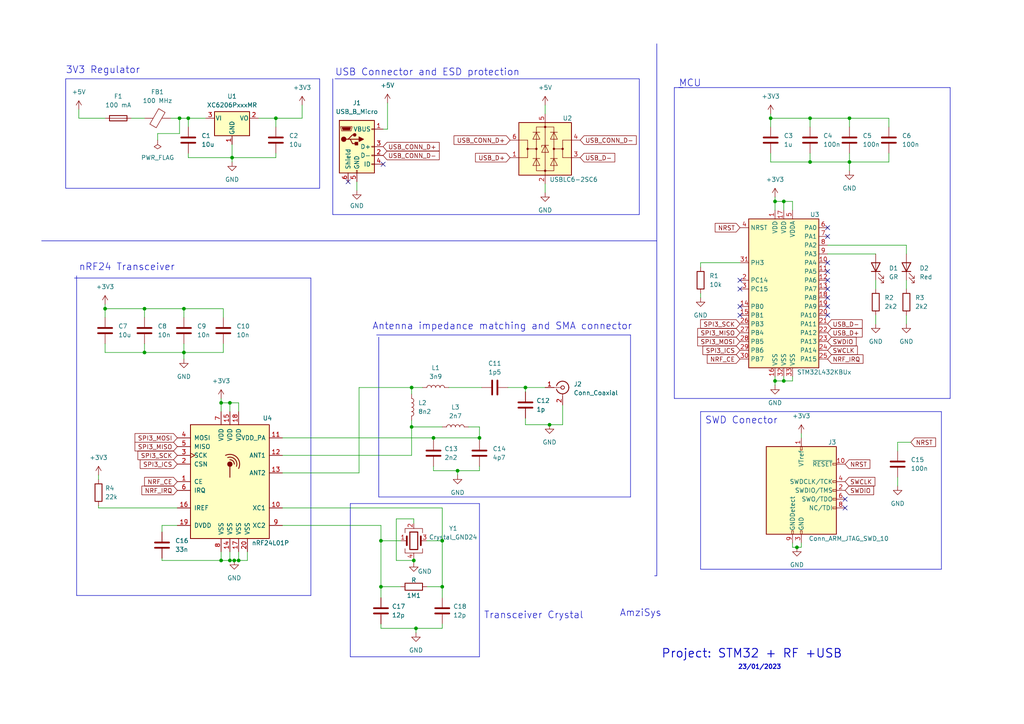
<source format=kicad_sch>
(kicad_sch (version 20230121) (generator eeschema)

  (uuid b93f9942-2dc3-4842-9fa2-ab28a3bd05bb)

  (paper "A4")

  (lib_symbols
    (symbol "Connector:Conn_ARM_JTAG_SWD_10" (pin_names (offset 1.016)) (in_bom yes) (on_board yes)
      (property "Reference" "J" (at -2.54 16.51 0)
        (effects (font (size 1.27 1.27)) (justify right))
      )
      (property "Value" "Conn_ARM_JTAG_SWD_10" (at -2.54 13.97 0)
        (effects (font (size 1.27 1.27)) (justify right bottom))
      )
      (property "Footprint" "" (at 0 0 0)
        (effects (font (size 1.27 1.27)) hide)
      )
      (property "Datasheet" "http://infocenter.arm.com/help/topic/com.arm.doc.ddi0314h/DDI0314H_coresight_components_trm.pdf" (at -8.89 -31.75 90)
        (effects (font (size 1.27 1.27)) hide)
      )
      (property "ki_keywords" "Cortex Debug Connector ARM SWD JTAG" (at 0 0 0)
        (effects (font (size 1.27 1.27)) hide)
      )
      (property "ki_description" "Cortex Debug Connector, standard ARM Cortex-M SWD and JTAG interface" (at 0 0 0)
        (effects (font (size 1.27 1.27)) hide)
      )
      (property "ki_fp_filters" "PinHeader?2x05?P1.27mm*" (at 0 0 0)
        (effects (font (size 1.27 1.27)) hide)
      )
      (symbol "Conn_ARM_JTAG_SWD_10_0_1"
        (rectangle (start -10.16 12.7) (end 10.16 -12.7)
          (stroke (width 0.254) (type default))
          (fill (type background))
        )
        (rectangle (start -2.794 -12.7) (end -2.286 -11.684)
          (stroke (width 0) (type default))
          (fill (type none))
        )
        (rectangle (start -0.254 -12.7) (end 0.254 -11.684)
          (stroke (width 0) (type default))
          (fill (type none))
        )
        (rectangle (start -0.254 12.7) (end 0.254 11.684)
          (stroke (width 0) (type default))
          (fill (type none))
        )
        (rectangle (start 9.144 2.286) (end 10.16 2.794)
          (stroke (width 0) (type default))
          (fill (type none))
        )
        (rectangle (start 10.16 -2.794) (end 9.144 -2.286)
          (stroke (width 0) (type default))
          (fill (type none))
        )
        (rectangle (start 10.16 -0.254) (end 9.144 0.254)
          (stroke (width 0) (type default))
          (fill (type none))
        )
        (rectangle (start 10.16 7.874) (end 9.144 7.366)
          (stroke (width 0) (type default))
          (fill (type none))
        )
      )
      (symbol "Conn_ARM_JTAG_SWD_10_1_1"
        (rectangle (start 9.144 -5.334) (end 10.16 -4.826)
          (stroke (width 0) (type default))
          (fill (type none))
        )
        (pin power_in line (at 0 15.24 270) (length 2.54)
          (name "VTref" (effects (font (size 1.27 1.27))))
          (number "1" (effects (font (size 1.27 1.27))))
        )
        (pin open_collector line (at 12.7 7.62 180) (length 2.54)
          (name "~{RESET}" (effects (font (size 1.27 1.27))))
          (number "10" (effects (font (size 1.27 1.27))))
        )
        (pin bidirectional line (at 12.7 0 180) (length 2.54)
          (name "SWDIO/TMS" (effects (font (size 1.27 1.27))))
          (number "2" (effects (font (size 1.27 1.27))))
        )
        (pin power_in line (at 0 -15.24 90) (length 2.54)
          (name "GND" (effects (font (size 1.27 1.27))))
          (number "3" (effects (font (size 1.27 1.27))))
        )
        (pin output line (at 12.7 2.54 180) (length 2.54)
          (name "SWDCLK/TCK" (effects (font (size 1.27 1.27))))
          (number "4" (effects (font (size 1.27 1.27))))
        )
        (pin passive line (at 0 -15.24 90) (length 2.54) hide
          (name "GND" (effects (font (size 1.27 1.27))))
          (number "5" (effects (font (size 1.27 1.27))))
        )
        (pin input line (at 12.7 -2.54 180) (length 2.54)
          (name "SWO/TDO" (effects (font (size 1.27 1.27))))
          (number "6" (effects (font (size 1.27 1.27))))
        )
        (pin no_connect line (at -10.16 0 0) (length 2.54) hide
          (name "KEY" (effects (font (size 1.27 1.27))))
          (number "7" (effects (font (size 1.27 1.27))))
        )
        (pin output line (at 12.7 -5.08 180) (length 2.54)
          (name "NC/TDI" (effects (font (size 1.27 1.27))))
          (number "8" (effects (font (size 1.27 1.27))))
        )
        (pin passive line (at -2.54 -15.24 90) (length 2.54)
          (name "GNDDetect" (effects (font (size 1.27 1.27))))
          (number "9" (effects (font (size 1.27 1.27))))
        )
      )
    )
    (symbol "Connector:Conn_Coaxial" (pin_names (offset 1.016) hide) (in_bom yes) (on_board yes)
      (property "Reference" "J" (at 0.254 3.048 0)
        (effects (font (size 1.27 1.27)))
      )
      (property "Value" "Conn_Coaxial" (at 2.921 0 90)
        (effects (font (size 1.27 1.27)))
      )
      (property "Footprint" "" (at 0 0 0)
        (effects (font (size 1.27 1.27)) hide)
      )
      (property "Datasheet" " ~" (at 0 0 0)
        (effects (font (size 1.27 1.27)) hide)
      )
      (property "ki_keywords" "BNC SMA SMB SMC LEMO coaxial connector CINCH RCA" (at 0 0 0)
        (effects (font (size 1.27 1.27)) hide)
      )
      (property "ki_description" "coaxial connector (BNC, SMA, SMB, SMC, Cinch/RCA, LEMO, ...)" (at 0 0 0)
        (effects (font (size 1.27 1.27)) hide)
      )
      (property "ki_fp_filters" "*BNC* *SMA* *SMB* *SMC* *Cinch* *LEMO*" (at 0 0 0)
        (effects (font (size 1.27 1.27)) hide)
      )
      (symbol "Conn_Coaxial_0_1"
        (arc (start -1.778 -0.508) (mid 0.2311 -1.8066) (end 1.778 0)
          (stroke (width 0.254) (type default))
          (fill (type none))
        )
        (polyline
          (pts
            (xy -2.54 0)
            (xy -0.508 0)
          )
          (stroke (width 0) (type default))
          (fill (type none))
        )
        (polyline
          (pts
            (xy 0 -2.54)
            (xy 0 -1.778)
          )
          (stroke (width 0) (type default))
          (fill (type none))
        )
        (circle (center 0 0) (radius 0.508)
          (stroke (width 0.2032) (type default))
          (fill (type none))
        )
        (arc (start 1.778 0) (mid 0.2099 1.8101) (end -1.778 0.508)
          (stroke (width 0.254) (type default))
          (fill (type none))
        )
      )
      (symbol "Conn_Coaxial_1_1"
        (pin passive line (at -5.08 0 0) (length 2.54)
          (name "In" (effects (font (size 1.27 1.27))))
          (number "1" (effects (font (size 1.27 1.27))))
        )
        (pin passive line (at 0 -5.08 90) (length 2.54)
          (name "Ext" (effects (font (size 1.27 1.27))))
          (number "2" (effects (font (size 1.27 1.27))))
        )
      )
    )
    (symbol "Connector:USB_B_Micro" (pin_names (offset 1.016)) (in_bom yes) (on_board yes)
      (property "Reference" "J" (at -5.08 11.43 0)
        (effects (font (size 1.27 1.27)) (justify left))
      )
      (property "Value" "USB_B_Micro" (at -5.08 8.89 0)
        (effects (font (size 1.27 1.27)) (justify left))
      )
      (property "Footprint" "" (at 3.81 -1.27 0)
        (effects (font (size 1.27 1.27)) hide)
      )
      (property "Datasheet" "~" (at 3.81 -1.27 0)
        (effects (font (size 1.27 1.27)) hide)
      )
      (property "ki_keywords" "connector USB micro" (at 0 0 0)
        (effects (font (size 1.27 1.27)) hide)
      )
      (property "ki_description" "USB Micro Type B connector" (at 0 0 0)
        (effects (font (size 1.27 1.27)) hide)
      )
      (property "ki_fp_filters" "USB*" (at 0 0 0)
        (effects (font (size 1.27 1.27)) hide)
      )
      (symbol "USB_B_Micro_0_1"
        (rectangle (start -5.08 -7.62) (end 5.08 7.62)
          (stroke (width 0.254) (type default))
          (fill (type background))
        )
        (circle (center -3.81 2.159) (radius 0.635)
          (stroke (width 0.254) (type default))
          (fill (type outline))
        )
        (circle (center -0.635 3.429) (radius 0.381)
          (stroke (width 0.254) (type default))
          (fill (type outline))
        )
        (rectangle (start -0.127 -7.62) (end 0.127 -6.858)
          (stroke (width 0) (type default))
          (fill (type none))
        )
        (polyline
          (pts
            (xy -1.905 2.159)
            (xy 0.635 2.159)
          )
          (stroke (width 0.254) (type default))
          (fill (type none))
        )
        (polyline
          (pts
            (xy -3.175 2.159)
            (xy -2.54 2.159)
            (xy -1.27 3.429)
            (xy -0.635 3.429)
          )
          (stroke (width 0.254) (type default))
          (fill (type none))
        )
        (polyline
          (pts
            (xy -2.54 2.159)
            (xy -1.905 2.159)
            (xy -1.27 0.889)
            (xy 0 0.889)
          )
          (stroke (width 0.254) (type default))
          (fill (type none))
        )
        (polyline
          (pts
            (xy 0.635 2.794)
            (xy 0.635 1.524)
            (xy 1.905 2.159)
            (xy 0.635 2.794)
          )
          (stroke (width 0.254) (type default))
          (fill (type outline))
        )
        (polyline
          (pts
            (xy -4.318 5.588)
            (xy -1.778 5.588)
            (xy -2.032 4.826)
            (xy -4.064 4.826)
            (xy -4.318 5.588)
          )
          (stroke (width 0) (type default))
          (fill (type outline))
        )
        (polyline
          (pts
            (xy -4.699 5.842)
            (xy -4.699 5.588)
            (xy -4.445 4.826)
            (xy -4.445 4.572)
            (xy -1.651 4.572)
            (xy -1.651 4.826)
            (xy -1.397 5.588)
            (xy -1.397 5.842)
            (xy -4.699 5.842)
          )
          (stroke (width 0) (type default))
          (fill (type none))
        )
        (rectangle (start 0.254 1.27) (end -0.508 0.508)
          (stroke (width 0.254) (type default))
          (fill (type outline))
        )
        (rectangle (start 5.08 -5.207) (end 4.318 -4.953)
          (stroke (width 0) (type default))
          (fill (type none))
        )
        (rectangle (start 5.08 -2.667) (end 4.318 -2.413)
          (stroke (width 0) (type default))
          (fill (type none))
        )
        (rectangle (start 5.08 -0.127) (end 4.318 0.127)
          (stroke (width 0) (type default))
          (fill (type none))
        )
        (rectangle (start 5.08 4.953) (end 4.318 5.207)
          (stroke (width 0) (type default))
          (fill (type none))
        )
      )
      (symbol "USB_B_Micro_1_1"
        (pin power_out line (at 7.62 5.08 180) (length 2.54)
          (name "VBUS" (effects (font (size 1.27 1.27))))
          (number "1" (effects (font (size 1.27 1.27))))
        )
        (pin bidirectional line (at 7.62 -2.54 180) (length 2.54)
          (name "D-" (effects (font (size 1.27 1.27))))
          (number "2" (effects (font (size 1.27 1.27))))
        )
        (pin bidirectional line (at 7.62 0 180) (length 2.54)
          (name "D+" (effects (font (size 1.27 1.27))))
          (number "3" (effects (font (size 1.27 1.27))))
        )
        (pin passive line (at 7.62 -5.08 180) (length 2.54)
          (name "ID" (effects (font (size 1.27 1.27))))
          (number "4" (effects (font (size 1.27 1.27))))
        )
        (pin power_out line (at 0 -10.16 90) (length 2.54)
          (name "GND" (effects (font (size 1.27 1.27))))
          (number "5" (effects (font (size 1.27 1.27))))
        )
        (pin passive line (at -2.54 -10.16 90) (length 2.54)
          (name "Shield" (effects (font (size 1.27 1.27))))
          (number "6" (effects (font (size 1.27 1.27))))
        )
      )
    )
    (symbol "Device:C" (pin_numbers hide) (pin_names (offset 0.254)) (in_bom yes) (on_board yes)
      (property "Reference" "C" (at 0.635 2.54 0)
        (effects (font (size 1.27 1.27)) (justify left))
      )
      (property "Value" "C" (at 0.635 -2.54 0)
        (effects (font (size 1.27 1.27)) (justify left))
      )
      (property "Footprint" "" (at 0.9652 -3.81 0)
        (effects (font (size 1.27 1.27)) hide)
      )
      (property "Datasheet" "~" (at 0 0 0)
        (effects (font (size 1.27 1.27)) hide)
      )
      (property "ki_keywords" "cap capacitor" (at 0 0 0)
        (effects (font (size 1.27 1.27)) hide)
      )
      (property "ki_description" "Unpolarized capacitor" (at 0 0 0)
        (effects (font (size 1.27 1.27)) hide)
      )
      (property "ki_fp_filters" "C_*" (at 0 0 0)
        (effects (font (size 1.27 1.27)) hide)
      )
      (symbol "C_0_1"
        (polyline
          (pts
            (xy -2.032 -0.762)
            (xy 2.032 -0.762)
          )
          (stroke (width 0.508) (type default))
          (fill (type none))
        )
        (polyline
          (pts
            (xy -2.032 0.762)
            (xy 2.032 0.762)
          )
          (stroke (width 0.508) (type default))
          (fill (type none))
        )
      )
      (symbol "C_1_1"
        (pin passive line (at 0 3.81 270) (length 2.794)
          (name "~" (effects (font (size 1.27 1.27))))
          (number "1" (effects (font (size 1.27 1.27))))
        )
        (pin passive line (at 0 -3.81 90) (length 2.794)
          (name "~" (effects (font (size 1.27 1.27))))
          (number "2" (effects (font (size 1.27 1.27))))
        )
      )
    )
    (symbol "Device:Crystal_GND24" (pin_names (offset 1.016) hide) (in_bom yes) (on_board yes)
      (property "Reference" "Y" (at 3.175 5.08 0)
        (effects (font (size 1.27 1.27)) (justify left))
      )
      (property "Value" "Crystal_GND24" (at 3.175 3.175 0)
        (effects (font (size 1.27 1.27)) (justify left))
      )
      (property "Footprint" "" (at 0 0 0)
        (effects (font (size 1.27 1.27)) hide)
      )
      (property "Datasheet" "~" (at 0 0 0)
        (effects (font (size 1.27 1.27)) hide)
      )
      (property "ki_keywords" "quartz ceramic resonator oscillator" (at 0 0 0)
        (effects (font (size 1.27 1.27)) hide)
      )
      (property "ki_description" "Four pin crystal, GND on pins 2 and 4" (at 0 0 0)
        (effects (font (size 1.27 1.27)) hide)
      )
      (property "ki_fp_filters" "Crystal*" (at 0 0 0)
        (effects (font (size 1.27 1.27)) hide)
      )
      (symbol "Crystal_GND24_0_1"
        (rectangle (start -1.143 2.54) (end 1.143 -2.54)
          (stroke (width 0.3048) (type default))
          (fill (type none))
        )
        (polyline
          (pts
            (xy -2.54 0)
            (xy -2.032 0)
          )
          (stroke (width 0) (type default))
          (fill (type none))
        )
        (polyline
          (pts
            (xy -2.032 -1.27)
            (xy -2.032 1.27)
          )
          (stroke (width 0.508) (type default))
          (fill (type none))
        )
        (polyline
          (pts
            (xy 0 -3.81)
            (xy 0 -3.556)
          )
          (stroke (width 0) (type default))
          (fill (type none))
        )
        (polyline
          (pts
            (xy 0 3.556)
            (xy 0 3.81)
          )
          (stroke (width 0) (type default))
          (fill (type none))
        )
        (polyline
          (pts
            (xy 2.032 -1.27)
            (xy 2.032 1.27)
          )
          (stroke (width 0.508) (type default))
          (fill (type none))
        )
        (polyline
          (pts
            (xy 2.032 0)
            (xy 2.54 0)
          )
          (stroke (width 0) (type default))
          (fill (type none))
        )
        (polyline
          (pts
            (xy -2.54 -2.286)
            (xy -2.54 -3.556)
            (xy 2.54 -3.556)
            (xy 2.54 -2.286)
          )
          (stroke (width 0) (type default))
          (fill (type none))
        )
        (polyline
          (pts
            (xy -2.54 2.286)
            (xy -2.54 3.556)
            (xy 2.54 3.556)
            (xy 2.54 2.286)
          )
          (stroke (width 0) (type default))
          (fill (type none))
        )
      )
      (symbol "Crystal_GND24_1_1"
        (pin passive line (at -3.81 0 0) (length 1.27)
          (name "1" (effects (font (size 1.27 1.27))))
          (number "1" (effects (font (size 1.27 1.27))))
        )
        (pin passive line (at 0 5.08 270) (length 1.27)
          (name "2" (effects (font (size 1.27 1.27))))
          (number "2" (effects (font (size 1.27 1.27))))
        )
        (pin passive line (at 3.81 0 180) (length 1.27)
          (name "3" (effects (font (size 1.27 1.27))))
          (number "3" (effects (font (size 1.27 1.27))))
        )
        (pin passive line (at 0 -5.08 90) (length 1.27)
          (name "4" (effects (font (size 1.27 1.27))))
          (number "4" (effects (font (size 1.27 1.27))))
        )
      )
    )
    (symbol "Device:FerriteBead" (pin_numbers hide) (pin_names (offset 0)) (in_bom yes) (on_board yes)
      (property "Reference" "FB" (at -3.81 0.635 90)
        (effects (font (size 1.27 1.27)))
      )
      (property "Value" "FerriteBead" (at 3.81 0 90)
        (effects (font (size 1.27 1.27)))
      )
      (property "Footprint" "" (at -1.778 0 90)
        (effects (font (size 1.27 1.27)) hide)
      )
      (property "Datasheet" "~" (at 0 0 0)
        (effects (font (size 1.27 1.27)) hide)
      )
      (property "ki_keywords" "L ferrite bead inductor filter" (at 0 0 0)
        (effects (font (size 1.27 1.27)) hide)
      )
      (property "ki_description" "Ferrite bead" (at 0 0 0)
        (effects (font (size 1.27 1.27)) hide)
      )
      (property "ki_fp_filters" "Inductor_* L_* *Ferrite*" (at 0 0 0)
        (effects (font (size 1.27 1.27)) hide)
      )
      (symbol "FerriteBead_0_1"
        (polyline
          (pts
            (xy 0 -1.27)
            (xy 0 -1.2192)
          )
          (stroke (width 0) (type default))
          (fill (type none))
        )
        (polyline
          (pts
            (xy 0 1.27)
            (xy 0 1.2954)
          )
          (stroke (width 0) (type default))
          (fill (type none))
        )
        (polyline
          (pts
            (xy -2.7686 0.4064)
            (xy -1.7018 2.2606)
            (xy 2.7686 -0.3048)
            (xy 1.6764 -2.159)
            (xy -2.7686 0.4064)
          )
          (stroke (width 0) (type default))
          (fill (type none))
        )
      )
      (symbol "FerriteBead_1_1"
        (pin passive line (at 0 3.81 270) (length 2.54)
          (name "~" (effects (font (size 1.27 1.27))))
          (number "1" (effects (font (size 1.27 1.27))))
        )
        (pin passive line (at 0 -3.81 90) (length 2.54)
          (name "~" (effects (font (size 1.27 1.27))))
          (number "2" (effects (font (size 1.27 1.27))))
        )
      )
    )
    (symbol "Device:Fuse" (pin_numbers hide) (pin_names (offset 0)) (in_bom yes) (on_board yes)
      (property "Reference" "F" (at 2.032 0 90)
        (effects (font (size 1.27 1.27)))
      )
      (property "Value" "Fuse" (at -1.905 0 90)
        (effects (font (size 1.27 1.27)))
      )
      (property "Footprint" "" (at -1.778 0 90)
        (effects (font (size 1.27 1.27)) hide)
      )
      (property "Datasheet" "~" (at 0 0 0)
        (effects (font (size 1.27 1.27)) hide)
      )
      (property "ki_keywords" "fuse" (at 0 0 0)
        (effects (font (size 1.27 1.27)) hide)
      )
      (property "ki_description" "Fuse" (at 0 0 0)
        (effects (font (size 1.27 1.27)) hide)
      )
      (property "ki_fp_filters" "*Fuse*" (at 0 0 0)
        (effects (font (size 1.27 1.27)) hide)
      )
      (symbol "Fuse_0_1"
        (rectangle (start -0.762 -2.54) (end 0.762 2.54)
          (stroke (width 0.254) (type default))
          (fill (type none))
        )
        (polyline
          (pts
            (xy 0 2.54)
            (xy 0 -2.54)
          )
          (stroke (width 0) (type default))
          (fill (type none))
        )
      )
      (symbol "Fuse_1_1"
        (pin passive line (at 0 3.81 270) (length 1.27)
          (name "~" (effects (font (size 1.27 1.27))))
          (number "1" (effects (font (size 1.27 1.27))))
        )
        (pin passive line (at 0 -3.81 90) (length 1.27)
          (name "~" (effects (font (size 1.27 1.27))))
          (number "2" (effects (font (size 1.27 1.27))))
        )
      )
    )
    (symbol "Device:L" (pin_numbers hide) (pin_names (offset 1.016) hide) (in_bom yes) (on_board yes)
      (property "Reference" "L" (at -1.27 0 90)
        (effects (font (size 1.27 1.27)))
      )
      (property "Value" "L" (at 1.905 0 90)
        (effects (font (size 1.27 1.27)))
      )
      (property "Footprint" "" (at 0 0 0)
        (effects (font (size 1.27 1.27)) hide)
      )
      (property "Datasheet" "~" (at 0 0 0)
        (effects (font (size 1.27 1.27)) hide)
      )
      (property "ki_keywords" "inductor choke coil reactor magnetic" (at 0 0 0)
        (effects (font (size 1.27 1.27)) hide)
      )
      (property "ki_description" "Inductor" (at 0 0 0)
        (effects (font (size 1.27 1.27)) hide)
      )
      (property "ki_fp_filters" "Choke_* *Coil* Inductor_* L_*" (at 0 0 0)
        (effects (font (size 1.27 1.27)) hide)
      )
      (symbol "L_0_1"
        (arc (start 0 -2.54) (mid 0.6323 -1.905) (end 0 -1.27)
          (stroke (width 0) (type default))
          (fill (type none))
        )
        (arc (start 0 -1.27) (mid 0.6323 -0.635) (end 0 0)
          (stroke (width 0) (type default))
          (fill (type none))
        )
        (arc (start 0 0) (mid 0.6323 0.635) (end 0 1.27)
          (stroke (width 0) (type default))
          (fill (type none))
        )
        (arc (start 0 1.27) (mid 0.6323 1.905) (end 0 2.54)
          (stroke (width 0) (type default))
          (fill (type none))
        )
      )
      (symbol "L_1_1"
        (pin passive line (at 0 3.81 270) (length 1.27)
          (name "1" (effects (font (size 1.27 1.27))))
          (number "1" (effects (font (size 1.27 1.27))))
        )
        (pin passive line (at 0 -3.81 90) (length 1.27)
          (name "2" (effects (font (size 1.27 1.27))))
          (number "2" (effects (font (size 1.27 1.27))))
        )
      )
    )
    (symbol "Device:LED" (pin_numbers hide) (pin_names (offset 1.016) hide) (in_bom yes) (on_board yes)
      (property "Reference" "D" (at 0 2.54 0)
        (effects (font (size 1.27 1.27)))
      )
      (property "Value" "LED" (at 0 -2.54 0)
        (effects (font (size 1.27 1.27)))
      )
      (property "Footprint" "" (at 0 0 0)
        (effects (font (size 1.27 1.27)) hide)
      )
      (property "Datasheet" "~" (at 0 0 0)
        (effects (font (size 1.27 1.27)) hide)
      )
      (property "ki_keywords" "LED diode" (at 0 0 0)
        (effects (font (size 1.27 1.27)) hide)
      )
      (property "ki_description" "Light emitting diode" (at 0 0 0)
        (effects (font (size 1.27 1.27)) hide)
      )
      (property "ki_fp_filters" "LED* LED_SMD:* LED_THT:*" (at 0 0 0)
        (effects (font (size 1.27 1.27)) hide)
      )
      (symbol "LED_0_1"
        (polyline
          (pts
            (xy -1.27 -1.27)
            (xy -1.27 1.27)
          )
          (stroke (width 0.254) (type default))
          (fill (type none))
        )
        (polyline
          (pts
            (xy -1.27 0)
            (xy 1.27 0)
          )
          (stroke (width 0) (type default))
          (fill (type none))
        )
        (polyline
          (pts
            (xy 1.27 -1.27)
            (xy 1.27 1.27)
            (xy -1.27 0)
            (xy 1.27 -1.27)
          )
          (stroke (width 0.254) (type default))
          (fill (type none))
        )
        (polyline
          (pts
            (xy -3.048 -0.762)
            (xy -4.572 -2.286)
            (xy -3.81 -2.286)
            (xy -4.572 -2.286)
            (xy -4.572 -1.524)
          )
          (stroke (width 0) (type default))
          (fill (type none))
        )
        (polyline
          (pts
            (xy -1.778 -0.762)
            (xy -3.302 -2.286)
            (xy -2.54 -2.286)
            (xy -3.302 -2.286)
            (xy -3.302 -1.524)
          )
          (stroke (width 0) (type default))
          (fill (type none))
        )
      )
      (symbol "LED_1_1"
        (pin passive line (at -3.81 0 0) (length 2.54)
          (name "K" (effects (font (size 1.27 1.27))))
          (number "1" (effects (font (size 1.27 1.27))))
        )
        (pin passive line (at 3.81 0 180) (length 2.54)
          (name "A" (effects (font (size 1.27 1.27))))
          (number "2" (effects (font (size 1.27 1.27))))
        )
      )
    )
    (symbol "Device:R" (pin_numbers hide) (pin_names (offset 0)) (in_bom yes) (on_board yes)
      (property "Reference" "R" (at 2.032 0 90)
        (effects (font (size 1.27 1.27)))
      )
      (property "Value" "R" (at 0 0 90)
        (effects (font (size 1.27 1.27)))
      )
      (property "Footprint" "" (at -1.778 0 90)
        (effects (font (size 1.27 1.27)) hide)
      )
      (property "Datasheet" "~" (at 0 0 0)
        (effects (font (size 1.27 1.27)) hide)
      )
      (property "ki_keywords" "R res resistor" (at 0 0 0)
        (effects (font (size 1.27 1.27)) hide)
      )
      (property "ki_description" "Resistor" (at 0 0 0)
        (effects (font (size 1.27 1.27)) hide)
      )
      (property "ki_fp_filters" "R_*" (at 0 0 0)
        (effects (font (size 1.27 1.27)) hide)
      )
      (symbol "R_0_1"
        (rectangle (start -1.016 -2.54) (end 1.016 2.54)
          (stroke (width 0.254) (type default))
          (fill (type none))
        )
      )
      (symbol "R_1_1"
        (pin passive line (at 0 3.81 270) (length 1.27)
          (name "~" (effects (font (size 1.27 1.27))))
          (number "1" (effects (font (size 1.27 1.27))))
        )
        (pin passive line (at 0 -3.81 90) (length 1.27)
          (name "~" (effects (font (size 1.27 1.27))))
          (number "2" (effects (font (size 1.27 1.27))))
        )
      )
    )
    (symbol "MCU_ST_STM32L4:STM32L432KBUx" (in_bom yes) (on_board yes)
      (property "Reference" "U" (at -10.16 21.59 0)
        (effects (font (size 1.27 1.27)) (justify left))
      )
      (property "Value" "STM32L432KBUx" (at 5.08 21.59 0)
        (effects (font (size 1.27 1.27)) (justify left))
      )
      (property "Footprint" "Package_DFN_QFN:QFN-32-1EP_5x5mm_P0.5mm_EP3.45x3.45mm" (at -10.16 -22.86 0)
        (effects (font (size 1.27 1.27)) (justify right) hide)
      )
      (property "Datasheet" "http://www.st.com/st-web-ui/static/active/en/resource/technical/document/datasheet/DM00257205.pdf" (at 0 0 0)
        (effects (font (size 1.27 1.27)) hide)
      )
      (property "ki_keywords" "ARM Cortex-M4 STM32L4 STM32L4x2" (at 0 0 0)
        (effects (font (size 1.27 1.27)) hide)
      )
      (property "ki_description" "ARM Cortex-M4 MCU, 128KB flash, 64KB RAM, 80MHz, 1.71-3.6V, 26 GPIO, UFQFPN-32" (at 0 0 0)
        (effects (font (size 1.27 1.27)) hide)
      )
      (property "ki_fp_filters" "QFN*1EP*5x5mm*P0.5mm*" (at 0 0 0)
        (effects (font (size 1.27 1.27)) hide)
      )
      (symbol "STM32L432KBUx_0_1"
        (rectangle (start -10.16 -22.86) (end 10.16 20.32)
          (stroke (width 0.254) (type default))
          (fill (type background))
        )
      )
      (symbol "STM32L432KBUx_1_1"
        (pin power_in line (at -2.54 22.86 270) (length 2.54)
          (name "VDD" (effects (font (size 1.27 1.27))))
          (number "1" (effects (font (size 1.27 1.27))))
        )
        (pin bidirectional line (at 12.7 7.62 180) (length 2.54)
          (name "PA4" (effects (font (size 1.27 1.27))))
          (number "10" (effects (font (size 1.27 1.27))))
        )
        (pin bidirectional line (at 12.7 5.08 180) (length 2.54)
          (name "PA5" (effects (font (size 1.27 1.27))))
          (number "11" (effects (font (size 1.27 1.27))))
        )
        (pin bidirectional line (at 12.7 2.54 180) (length 2.54)
          (name "PA6" (effects (font (size 1.27 1.27))))
          (number "12" (effects (font (size 1.27 1.27))))
        )
        (pin bidirectional line (at 12.7 0 180) (length 2.54)
          (name "PA7" (effects (font (size 1.27 1.27))))
          (number "13" (effects (font (size 1.27 1.27))))
        )
        (pin bidirectional line (at -12.7 -5.08 0) (length 2.54)
          (name "PB0" (effects (font (size 1.27 1.27))))
          (number "14" (effects (font (size 1.27 1.27))))
        )
        (pin bidirectional line (at -12.7 -7.62 0) (length 2.54)
          (name "PB1" (effects (font (size 1.27 1.27))))
          (number "15" (effects (font (size 1.27 1.27))))
        )
        (pin power_in line (at -2.54 -25.4 90) (length 2.54)
          (name "VSS" (effects (font (size 1.27 1.27))))
          (number "16" (effects (font (size 1.27 1.27))))
        )
        (pin power_in line (at 0 22.86 270) (length 2.54)
          (name "VDD" (effects (font (size 1.27 1.27))))
          (number "17" (effects (font (size 1.27 1.27))))
        )
        (pin bidirectional line (at 12.7 -2.54 180) (length 2.54)
          (name "PA8" (effects (font (size 1.27 1.27))))
          (number "18" (effects (font (size 1.27 1.27))))
        )
        (pin bidirectional line (at 12.7 -5.08 180) (length 2.54)
          (name "PA9" (effects (font (size 1.27 1.27))))
          (number "19" (effects (font (size 1.27 1.27))))
        )
        (pin bidirectional line (at -12.7 2.54 0) (length 2.54)
          (name "PC14" (effects (font (size 1.27 1.27))))
          (number "2" (effects (font (size 1.27 1.27))))
        )
        (pin bidirectional line (at 12.7 -7.62 180) (length 2.54)
          (name "PA10" (effects (font (size 1.27 1.27))))
          (number "20" (effects (font (size 1.27 1.27))))
        )
        (pin bidirectional line (at 12.7 -10.16 180) (length 2.54)
          (name "PA11" (effects (font (size 1.27 1.27))))
          (number "21" (effects (font (size 1.27 1.27))))
        )
        (pin bidirectional line (at 12.7 -12.7 180) (length 2.54)
          (name "PA12" (effects (font (size 1.27 1.27))))
          (number "22" (effects (font (size 1.27 1.27))))
        )
        (pin bidirectional line (at 12.7 -15.24 180) (length 2.54)
          (name "PA13" (effects (font (size 1.27 1.27))))
          (number "23" (effects (font (size 1.27 1.27))))
        )
        (pin bidirectional line (at 12.7 -17.78 180) (length 2.54)
          (name "PA14" (effects (font (size 1.27 1.27))))
          (number "24" (effects (font (size 1.27 1.27))))
        )
        (pin bidirectional line (at 12.7 -20.32 180) (length 2.54)
          (name "PA15" (effects (font (size 1.27 1.27))))
          (number "25" (effects (font (size 1.27 1.27))))
        )
        (pin bidirectional line (at -12.7 -10.16 0) (length 2.54)
          (name "PB3" (effects (font (size 1.27 1.27))))
          (number "26" (effects (font (size 1.27 1.27))))
        )
        (pin bidirectional line (at -12.7 -12.7 0) (length 2.54)
          (name "PB4" (effects (font (size 1.27 1.27))))
          (number "27" (effects (font (size 1.27 1.27))))
        )
        (pin bidirectional line (at -12.7 -15.24 0) (length 2.54)
          (name "PB5" (effects (font (size 1.27 1.27))))
          (number "28" (effects (font (size 1.27 1.27))))
        )
        (pin bidirectional line (at -12.7 -17.78 0) (length 2.54)
          (name "PB6" (effects (font (size 1.27 1.27))))
          (number "29" (effects (font (size 1.27 1.27))))
        )
        (pin bidirectional line (at -12.7 0 0) (length 2.54)
          (name "PC15" (effects (font (size 1.27 1.27))))
          (number "3" (effects (font (size 1.27 1.27))))
        )
        (pin bidirectional line (at -12.7 -20.32 0) (length 2.54)
          (name "PB7" (effects (font (size 1.27 1.27))))
          (number "30" (effects (font (size 1.27 1.27))))
        )
        (pin bidirectional line (at -12.7 7.62 0) (length 2.54)
          (name "PH3" (effects (font (size 1.27 1.27))))
          (number "31" (effects (font (size 1.27 1.27))))
        )
        (pin power_in line (at 0 -25.4 90) (length 2.54)
          (name "VSS" (effects (font (size 1.27 1.27))))
          (number "32" (effects (font (size 1.27 1.27))))
        )
        (pin power_in line (at 2.54 -25.4 90) (length 2.54)
          (name "VSS" (effects (font (size 1.27 1.27))))
          (number "33" (effects (font (size 1.27 1.27))))
        )
        (pin input line (at -12.7 17.78 0) (length 2.54)
          (name "NRST" (effects (font (size 1.27 1.27))))
          (number "4" (effects (font (size 1.27 1.27))))
        )
        (pin power_in line (at 2.54 22.86 270) (length 2.54)
          (name "VDDA" (effects (font (size 1.27 1.27))))
          (number "5" (effects (font (size 1.27 1.27))))
        )
        (pin bidirectional line (at 12.7 17.78 180) (length 2.54)
          (name "PA0" (effects (font (size 1.27 1.27))))
          (number "6" (effects (font (size 1.27 1.27))))
        )
        (pin bidirectional line (at 12.7 15.24 180) (length 2.54)
          (name "PA1" (effects (font (size 1.27 1.27))))
          (number "7" (effects (font (size 1.27 1.27))))
        )
        (pin bidirectional line (at 12.7 12.7 180) (length 2.54)
          (name "PA2" (effects (font (size 1.27 1.27))))
          (number "8" (effects (font (size 1.27 1.27))))
        )
        (pin bidirectional line (at 12.7 10.16 180) (length 2.54)
          (name "PA3" (effects (font (size 1.27 1.27))))
          (number "9" (effects (font (size 1.27 1.27))))
        )
      )
    )
    (symbol "Power_Protection:USBLC6-2SC6" (pin_names hide) (in_bom yes) (on_board yes)
      (property "Reference" "U" (at 2.54 8.89 0)
        (effects (font (size 1.27 1.27)) (justify left))
      )
      (property "Value" "USBLC6-2SC6" (at 2.54 -8.89 0)
        (effects (font (size 1.27 1.27)) (justify left))
      )
      (property "Footprint" "Package_TO_SOT_SMD:SOT-23-6" (at 0 -12.7 0)
        (effects (font (size 1.27 1.27)) hide)
      )
      (property "Datasheet" "https://www.st.com/resource/en/datasheet/usblc6-2.pdf" (at 5.08 8.89 0)
        (effects (font (size 1.27 1.27)) hide)
      )
      (property "ki_keywords" "usb ethernet video" (at 0 0 0)
        (effects (font (size 1.27 1.27)) hide)
      )
      (property "ki_description" "Very low capacitance ESD protection diode, 2 data-line, SOT-23-6" (at 0 0 0)
        (effects (font (size 1.27 1.27)) hide)
      )
      (property "ki_fp_filters" "SOT?23*" (at 0 0 0)
        (effects (font (size 1.27 1.27)) hide)
      )
      (symbol "USBLC6-2SC6_0_1"
        (rectangle (start -7.62 -7.62) (end 7.62 7.62)
          (stroke (width 0.254) (type default))
          (fill (type background))
        )
        (circle (center -5.08 0) (radius 0.254)
          (stroke (width 0) (type default))
          (fill (type outline))
        )
        (circle (center -2.54 0) (radius 0.254)
          (stroke (width 0) (type default))
          (fill (type outline))
        )
        (rectangle (start -2.54 6.35) (end 2.54 -6.35)
          (stroke (width 0) (type default))
          (fill (type none))
        )
        (circle (center 0 -6.35) (radius 0.254)
          (stroke (width 0) (type default))
          (fill (type outline))
        )
        (polyline
          (pts
            (xy -5.08 -2.54)
            (xy -7.62 -2.54)
          )
          (stroke (width 0) (type default))
          (fill (type none))
        )
        (polyline
          (pts
            (xy -5.08 0)
            (xy -5.08 -2.54)
          )
          (stroke (width 0) (type default))
          (fill (type none))
        )
        (polyline
          (pts
            (xy -5.08 2.54)
            (xy -7.62 2.54)
          )
          (stroke (width 0) (type default))
          (fill (type none))
        )
        (polyline
          (pts
            (xy -1.524 -2.794)
            (xy -3.556 -2.794)
          )
          (stroke (width 0) (type default))
          (fill (type none))
        )
        (polyline
          (pts
            (xy -1.524 4.826)
            (xy -3.556 4.826)
          )
          (stroke (width 0) (type default))
          (fill (type none))
        )
        (polyline
          (pts
            (xy 0 -7.62)
            (xy 0 -6.35)
          )
          (stroke (width 0) (type default))
          (fill (type none))
        )
        (polyline
          (pts
            (xy 0 -6.35)
            (xy 0 1.27)
          )
          (stroke (width 0) (type default))
          (fill (type none))
        )
        (polyline
          (pts
            (xy 0 1.27)
            (xy 0 6.35)
          )
          (stroke (width 0) (type default))
          (fill (type none))
        )
        (polyline
          (pts
            (xy 0 6.35)
            (xy 0 7.62)
          )
          (stroke (width 0) (type default))
          (fill (type none))
        )
        (polyline
          (pts
            (xy 1.524 -2.794)
            (xy 3.556 -2.794)
          )
          (stroke (width 0) (type default))
          (fill (type none))
        )
        (polyline
          (pts
            (xy 1.524 4.826)
            (xy 3.556 4.826)
          )
          (stroke (width 0) (type default))
          (fill (type none))
        )
        (polyline
          (pts
            (xy 5.08 -2.54)
            (xy 7.62 -2.54)
          )
          (stroke (width 0) (type default))
          (fill (type none))
        )
        (polyline
          (pts
            (xy 5.08 0)
            (xy 5.08 -2.54)
          )
          (stroke (width 0) (type default))
          (fill (type none))
        )
        (polyline
          (pts
            (xy 5.08 2.54)
            (xy 7.62 2.54)
          )
          (stroke (width 0) (type default))
          (fill (type none))
        )
        (polyline
          (pts
            (xy -2.54 0)
            (xy -5.08 0)
            (xy -5.08 2.54)
          )
          (stroke (width 0) (type default))
          (fill (type none))
        )
        (polyline
          (pts
            (xy 2.54 0)
            (xy 5.08 0)
            (xy 5.08 2.54)
          )
          (stroke (width 0) (type default))
          (fill (type none))
        )
        (polyline
          (pts
            (xy -3.556 -4.826)
            (xy -1.524 -4.826)
            (xy -2.54 -2.794)
            (xy -3.556 -4.826)
          )
          (stroke (width 0) (type default))
          (fill (type none))
        )
        (polyline
          (pts
            (xy -3.556 2.794)
            (xy -1.524 2.794)
            (xy -2.54 4.826)
            (xy -3.556 2.794)
          )
          (stroke (width 0) (type default))
          (fill (type none))
        )
        (polyline
          (pts
            (xy -1.016 -1.016)
            (xy 1.016 -1.016)
            (xy 0 1.016)
            (xy -1.016 -1.016)
          )
          (stroke (width 0) (type default))
          (fill (type none))
        )
        (polyline
          (pts
            (xy 1.016 1.016)
            (xy 0.762 1.016)
            (xy -1.016 1.016)
            (xy -1.016 0.508)
          )
          (stroke (width 0) (type default))
          (fill (type none))
        )
        (polyline
          (pts
            (xy 3.556 -4.826)
            (xy 1.524 -4.826)
            (xy 2.54 -2.794)
            (xy 3.556 -4.826)
          )
          (stroke (width 0) (type default))
          (fill (type none))
        )
        (polyline
          (pts
            (xy 3.556 2.794)
            (xy 1.524 2.794)
            (xy 2.54 4.826)
            (xy 3.556 2.794)
          )
          (stroke (width 0) (type default))
          (fill (type none))
        )
        (circle (center 0 6.35) (radius 0.254)
          (stroke (width 0) (type default))
          (fill (type outline))
        )
        (circle (center 2.54 0) (radius 0.254)
          (stroke (width 0) (type default))
          (fill (type outline))
        )
        (circle (center 5.08 0) (radius 0.254)
          (stroke (width 0) (type default))
          (fill (type outline))
        )
      )
      (symbol "USBLC6-2SC6_1_1"
        (pin passive line (at -10.16 -2.54 0) (length 2.54)
          (name "I/O1" (effects (font (size 1.27 1.27))))
          (number "1" (effects (font (size 1.27 1.27))))
        )
        (pin passive line (at 0 -10.16 90) (length 2.54)
          (name "GND" (effects (font (size 1.27 1.27))))
          (number "2" (effects (font (size 1.27 1.27))))
        )
        (pin passive line (at 10.16 -2.54 180) (length 2.54)
          (name "I/O2" (effects (font (size 1.27 1.27))))
          (number "3" (effects (font (size 1.27 1.27))))
        )
        (pin passive line (at 10.16 2.54 180) (length 2.54)
          (name "I/O2" (effects (font (size 1.27 1.27))))
          (number "4" (effects (font (size 1.27 1.27))))
        )
        (pin passive line (at 0 10.16 270) (length 2.54)
          (name "VBUS" (effects (font (size 1.27 1.27))))
          (number "5" (effects (font (size 1.27 1.27))))
        )
        (pin passive line (at -10.16 2.54 0) (length 2.54)
          (name "I/O1" (effects (font (size 1.27 1.27))))
          (number "6" (effects (font (size 1.27 1.27))))
        )
      )
    )
    (symbol "RF:nRF24L01P" (pin_names (offset 1.016)) (in_bom yes) (on_board yes)
      (property "Reference" "U" (at -11.43 17.78 0)
        (effects (font (size 1.27 1.27)) (justify left))
      )
      (property "Value" "nRF24L01P" (at 5.08 17.78 0)
        (effects (font (size 1.27 1.27)) (justify left))
      )
      (property "Footprint" "Package_DFN_QFN:QFN-20-1EP_4x4mm_P0.5mm_EP2.5x2.5mm" (at 5.08 20.32 0)
        (effects (font (size 1.27 1.27) italic) (justify left) hide)
      )
      (property "Datasheet" "http://www.nordicsemi.com/eng/content/download/2726/34069/file/nRF24L01P_Product_Specification_1_0.pdf" (at 0 2.54 0)
        (effects (font (size 1.27 1.27)) hide)
      )
      (property "ki_keywords" "Low Power RF Transceiver" (at 0 0 0)
        (effects (font (size 1.27 1.27)) hide)
      )
      (property "ki_description" "nRF24L01+, Ultra low power 2.4GHz RF Transceiver, QFN20 4x4mm" (at 0 0 0)
        (effects (font (size 1.27 1.27)) hide)
      )
      (property "ki_fp_filters" "QFN*4x4*0.5mm*" (at 0 0 0)
        (effects (font (size 1.27 1.27)) hide)
      )
      (symbol "nRF24L01P_0_1"
        (rectangle (start -11.43 16.51) (end 11.43 -16.51)
          (stroke (width 0.254) (type default))
          (fill (type background))
        )
        (polyline
          (pts
            (xy 0 4.445)
            (xy 0 1.27)
          )
          (stroke (width 0.254) (type default))
          (fill (type none))
        )
        (circle (center 0 5.08) (radius 0.635)
          (stroke (width 0.254) (type default))
          (fill (type outline))
        )
        (arc (start 1.27 5.08) (mid 0.9071 5.9946) (end 0 6.35)
          (stroke (width 0.254) (type default))
          (fill (type none))
        )
        (arc (start 1.905 4.445) (mid 1.4313 6.5254) (end -0.635 6.985)
          (stroke (width 0.254) (type default))
          (fill (type none))
        )
        (arc (start 2.54 3.81) (mid 2.008 7.088) (end -1.27 7.62)
          (stroke (width 0.254) (type default))
          (fill (type none))
        )
        (rectangle (start 11.43 -13.97) (end 11.43 -13.97)
          (stroke (width 0) (type default))
          (fill (type none))
        )
      )
      (symbol "nRF24L01P_1_1"
        (pin input line (at -15.24 0 0) (length 3.81)
          (name "CE" (effects (font (size 1.27 1.27))))
          (number "1" (effects (font (size 1.27 1.27))))
        )
        (pin passive line (at 15.24 -7.62 180) (length 3.81)
          (name "XC1" (effects (font (size 1.27 1.27))))
          (number "10" (effects (font (size 1.27 1.27))))
        )
        (pin power_out line (at 15.24 12.7 180) (length 3.81)
          (name "VDD_PA" (effects (font (size 1.27 1.27))))
          (number "11" (effects (font (size 1.27 1.27))))
        )
        (pin passive line (at 15.24 7.62 180) (length 3.81)
          (name "ANT1" (effects (font (size 1.27 1.27))))
          (number "12" (effects (font (size 1.27 1.27))))
        )
        (pin passive line (at 15.24 2.54 180) (length 3.81)
          (name "ANT2" (effects (font (size 1.27 1.27))))
          (number "13" (effects (font (size 1.27 1.27))))
        )
        (pin power_in line (at 0 -20.32 90) (length 3.81)
          (name "VSS" (effects (font (size 1.27 1.27))))
          (number "14" (effects (font (size 1.27 1.27))))
        )
        (pin power_in line (at 0 20.32 270) (length 3.81)
          (name "VDD" (effects (font (size 1.27 1.27))))
          (number "15" (effects (font (size 1.27 1.27))))
        )
        (pin passive line (at -15.24 -7.62 0) (length 3.81)
          (name "IREF" (effects (font (size 1.27 1.27))))
          (number "16" (effects (font (size 1.27 1.27))))
        )
        (pin power_in line (at 2.54 -20.32 90) (length 3.81)
          (name "VSS" (effects (font (size 1.27 1.27))))
          (number "17" (effects (font (size 1.27 1.27))))
        )
        (pin power_in line (at 2.54 20.32 270) (length 3.81)
          (name "VDD" (effects (font (size 1.27 1.27))))
          (number "18" (effects (font (size 1.27 1.27))))
        )
        (pin power_out line (at -15.24 -12.7 0) (length 3.81)
          (name "DVDD" (effects (font (size 1.27 1.27))))
          (number "19" (effects (font (size 1.27 1.27))))
        )
        (pin input line (at -15.24 5.08 0) (length 3.81)
          (name "CSN" (effects (font (size 1.27 1.27))))
          (number "2" (effects (font (size 1.27 1.27))))
        )
        (pin power_in line (at 5.08 -20.32 90) (length 3.81)
          (name "VSS" (effects (font (size 1.27 1.27))))
          (number "20" (effects (font (size 1.27 1.27))))
        )
        (pin input clock (at -15.24 7.62 0) (length 3.81)
          (name "SCK" (effects (font (size 1.27 1.27))))
          (number "3" (effects (font (size 1.27 1.27))))
        )
        (pin input line (at -15.24 12.7 0) (length 3.81)
          (name "MOSI" (effects (font (size 1.27 1.27))))
          (number "4" (effects (font (size 1.27 1.27))))
        )
        (pin output line (at -15.24 10.16 0) (length 3.81)
          (name "MISO" (effects (font (size 1.27 1.27))))
          (number "5" (effects (font (size 1.27 1.27))))
        )
        (pin output line (at -15.24 -2.54 0) (length 3.81)
          (name "IRQ" (effects (font (size 1.27 1.27))))
          (number "6" (effects (font (size 1.27 1.27))))
        )
        (pin power_in line (at -2.54 20.32 270) (length 3.81)
          (name "VDD" (effects (font (size 1.27 1.27))))
          (number "7" (effects (font (size 1.27 1.27))))
        )
        (pin power_in line (at -2.54 -20.32 90) (length 3.81)
          (name "VSS" (effects (font (size 1.27 1.27))))
          (number "8" (effects (font (size 1.27 1.27))))
        )
        (pin passive line (at 15.24 -12.7 180) (length 3.81)
          (name "XC2" (effects (font (size 1.27 1.27))))
          (number "9" (effects (font (size 1.27 1.27))))
        )
      )
    )
    (symbol "Regulator_Linear:XC6206PxxxMR" (pin_names (offset 0.254)) (in_bom yes) (on_board yes)
      (property "Reference" "U" (at -3.81 3.175 0)
        (effects (font (size 1.27 1.27)))
      )
      (property "Value" "XC6206PxxxMR" (at 0 3.175 0)
        (effects (font (size 1.27 1.27)) (justify left))
      )
      (property "Footprint" "Package_TO_SOT_SMD:SOT-23-3" (at 0 5.715 0)
        (effects (font (size 1.27 1.27) italic) hide)
      )
      (property "Datasheet" "https://www.torexsemi.com/file/xc6206/XC6206.pdf" (at 0 0 0)
        (effects (font (size 1.27 1.27)) hide)
      )
      (property "ki_keywords" "Torex LDO Voltage Regulator Fixed Positive" (at 0 0 0)
        (effects (font (size 1.27 1.27)) hide)
      )
      (property "ki_description" "Positive 60-250mA Low Dropout Regulator, Fixed Output, SOT-23" (at 0 0 0)
        (effects (font (size 1.27 1.27)) hide)
      )
      (property "ki_fp_filters" "SOT?23?3*" (at 0 0 0)
        (effects (font (size 1.27 1.27)) hide)
      )
      (symbol "XC6206PxxxMR_0_1"
        (rectangle (start -5.08 1.905) (end 5.08 -5.08)
          (stroke (width 0.254) (type default))
          (fill (type background))
        )
      )
      (symbol "XC6206PxxxMR_1_1"
        (pin power_in line (at 0 -7.62 90) (length 2.54)
          (name "GND" (effects (font (size 1.27 1.27))))
          (number "1" (effects (font (size 1.27 1.27))))
        )
        (pin power_out line (at 7.62 0 180) (length 2.54)
          (name "VO" (effects (font (size 1.27 1.27))))
          (number "2" (effects (font (size 1.27 1.27))))
        )
        (pin power_in line (at -7.62 0 0) (length 2.54)
          (name "VI" (effects (font (size 1.27 1.27))))
          (number "3" (effects (font (size 1.27 1.27))))
        )
      )
    )
    (symbol "power:+3V3" (power) (pin_names (offset 0)) (in_bom yes) (on_board yes)
      (property "Reference" "#PWR" (at 0 -3.81 0)
        (effects (font (size 1.27 1.27)) hide)
      )
      (property "Value" "+3V3" (at 0 3.556 0)
        (effects (font (size 1.27 1.27)))
      )
      (property "Footprint" "" (at 0 0 0)
        (effects (font (size 1.27 1.27)) hide)
      )
      (property "Datasheet" "" (at 0 0 0)
        (effects (font (size 1.27 1.27)) hide)
      )
      (property "ki_keywords" "global power" (at 0 0 0)
        (effects (font (size 1.27 1.27)) hide)
      )
      (property "ki_description" "Power symbol creates a global label with name \"+3V3\"" (at 0 0 0)
        (effects (font (size 1.27 1.27)) hide)
      )
      (symbol "+3V3_0_1"
        (polyline
          (pts
            (xy -0.762 1.27)
            (xy 0 2.54)
          )
          (stroke (width 0) (type default))
          (fill (type none))
        )
        (polyline
          (pts
            (xy 0 0)
            (xy 0 2.54)
          )
          (stroke (width 0) (type default))
          (fill (type none))
        )
        (polyline
          (pts
            (xy 0 2.54)
            (xy 0.762 1.27)
          )
          (stroke (width 0) (type default))
          (fill (type none))
        )
      )
      (symbol "+3V3_1_1"
        (pin power_in line (at 0 0 90) (length 0) hide
          (name "+3V3" (effects (font (size 1.27 1.27))))
          (number "1" (effects (font (size 1.27 1.27))))
        )
      )
    )
    (symbol "power:+5V" (power) (pin_names (offset 0)) (in_bom yes) (on_board yes)
      (property "Reference" "#PWR" (at 0 -3.81 0)
        (effects (font (size 1.27 1.27)) hide)
      )
      (property "Value" "+5V" (at 0 3.556 0)
        (effects (font (size 1.27 1.27)))
      )
      (property "Footprint" "" (at 0 0 0)
        (effects (font (size 1.27 1.27)) hide)
      )
      (property "Datasheet" "" (at 0 0 0)
        (effects (font (size 1.27 1.27)) hide)
      )
      (property "ki_keywords" "global power" (at 0 0 0)
        (effects (font (size 1.27 1.27)) hide)
      )
      (property "ki_description" "Power symbol creates a global label with name \"+5V\"" (at 0 0 0)
        (effects (font (size 1.27 1.27)) hide)
      )
      (symbol "+5V_0_1"
        (polyline
          (pts
            (xy -0.762 1.27)
            (xy 0 2.54)
          )
          (stroke (width 0) (type default))
          (fill (type none))
        )
        (polyline
          (pts
            (xy 0 0)
            (xy 0 2.54)
          )
          (stroke (width 0) (type default))
          (fill (type none))
        )
        (polyline
          (pts
            (xy 0 2.54)
            (xy 0.762 1.27)
          )
          (stroke (width 0) (type default))
          (fill (type none))
        )
      )
      (symbol "+5V_1_1"
        (pin power_in line (at 0 0 90) (length 0) hide
          (name "+5V" (effects (font (size 1.27 1.27))))
          (number "1" (effects (font (size 1.27 1.27))))
        )
      )
    )
    (symbol "power:GND" (power) (pin_names (offset 0)) (in_bom yes) (on_board yes)
      (property "Reference" "#PWR" (at 0 -6.35 0)
        (effects (font (size 1.27 1.27)) hide)
      )
      (property "Value" "GND" (at 0 -3.81 0)
        (effects (font (size 1.27 1.27)))
      )
      (property "Footprint" "" (at 0 0 0)
        (effects (font (size 1.27 1.27)) hide)
      )
      (property "Datasheet" "" (at 0 0 0)
        (effects (font (size 1.27 1.27)) hide)
      )
      (property "ki_keywords" "global power" (at 0 0 0)
        (effects (font (size 1.27 1.27)) hide)
      )
      (property "ki_description" "Power symbol creates a global label with name \"GND\" , ground" (at 0 0 0)
        (effects (font (size 1.27 1.27)) hide)
      )
      (symbol "GND_0_1"
        (polyline
          (pts
            (xy 0 0)
            (xy 0 -1.27)
            (xy 1.27 -1.27)
            (xy 0 -2.54)
            (xy -1.27 -1.27)
            (xy 0 -1.27)
          )
          (stroke (width 0) (type default))
          (fill (type none))
        )
      )
      (symbol "GND_1_1"
        (pin power_in line (at 0 0 270) (length 0) hide
          (name "GND" (effects (font (size 1.27 1.27))))
          (number "1" (effects (font (size 1.27 1.27))))
        )
      )
    )
    (symbol "power:PWR_FLAG" (power) (pin_numbers hide) (pin_names (offset 0) hide) (in_bom yes) (on_board yes)
      (property "Reference" "#FLG" (at 0 1.905 0)
        (effects (font (size 1.27 1.27)) hide)
      )
      (property "Value" "PWR_FLAG" (at 0 3.81 0)
        (effects (font (size 1.27 1.27)))
      )
      (property "Footprint" "" (at 0 0 0)
        (effects (font (size 1.27 1.27)) hide)
      )
      (property "Datasheet" "~" (at 0 0 0)
        (effects (font (size 1.27 1.27)) hide)
      )
      (property "ki_keywords" "flag power" (at 0 0 0)
        (effects (font (size 1.27 1.27)) hide)
      )
      (property "ki_description" "Special symbol for telling ERC where power comes from" (at 0 0 0)
        (effects (font (size 1.27 1.27)) hide)
      )
      (symbol "PWR_FLAG_0_0"
        (pin power_out line (at 0 0 90) (length 0)
          (name "pwr" (effects (font (size 1.27 1.27))))
          (number "1" (effects (font (size 1.27 1.27))))
        )
      )
      (symbol "PWR_FLAG_0_1"
        (polyline
          (pts
            (xy 0 0)
            (xy 0 1.27)
            (xy -1.016 1.905)
            (xy 0 2.54)
            (xy 1.016 1.905)
            (xy 0 1.27)
          )
          (stroke (width 0) (type default))
          (fill (type none))
        )
      )
    )
  )

  (junction (at 52.07 34.29) (diameter 0) (color 0 0 0 0)
    (uuid 09374c72-7eb2-4b85-910b-df433c0408b2)
  )
  (junction (at 231.14 158.75) (diameter 0) (color 0 0 0 0)
    (uuid 0aa2b677-9131-4c90-a998-01dcada9b642)
  )
  (junction (at 120.65 182.245) (diameter 0) (color 0 0 0 0)
    (uuid 114eb7dc-dc30-4836-a0d7-9506a29293e3)
  )
  (junction (at 159.385 123.19) (diameter 0) (color 0 0 0 0)
    (uuid 11ba79b9-2a94-47b1-9c12-d926619ddc52)
  )
  (junction (at 128.27 156.845) (diameter 0) (color 0 0 0 0)
    (uuid 1333a190-cf80-4c5c-b564-d28e8f12c168)
  )
  (junction (at 53.34 89.535) (diameter 0) (color 0 0 0 0)
    (uuid 27a7be6a-c4af-4ca1-8360-175dffe9ab2a)
  )
  (junction (at 30.48 89.535) (diameter 0) (color 0 0 0 0)
    (uuid 3287c2fb-79a8-4124-be40-9fd2cb6886c5)
  )
  (junction (at 66.675 116.84) (diameter 0) (color 0 0 0 0)
    (uuid 3381407a-e194-4eed-8aa1-f10a70f8a3c0)
  )
  (junction (at 119.38 123.825) (diameter 0) (color 0 0 0 0)
    (uuid 370cd798-bb2a-4e4f-81cd-5d63c89b8344)
  )
  (junction (at 110.49 170.18) (diameter 0) (color 0 0 0 0)
    (uuid 3f35c33d-8640-43dd-9bab-a42e33c03b08)
  )
  (junction (at 234.95 46.99) (diameter 0) (color 0 0 0 0)
    (uuid 4fa439df-bd27-4b4b-86d2-6d618ff10eb9)
  )
  (junction (at 224.79 58.42) (diameter 0) (color 0 0 0 0)
    (uuid 554042e1-716c-4e8c-8067-3c502915403d)
  )
  (junction (at 119.38 112.395) (diameter 0) (color 0 0 0 0)
    (uuid 5f21a8a0-cfa8-406c-86f6-fd7f2e2d8c79)
  )
  (junction (at 139.065 127) (diameter 0) (color 0 0 0 0)
    (uuid 610c47c2-e8db-4d88-a1f1-95daad387d53)
  )
  (junction (at 152.4 112.395) (diameter 0) (color 0 0 0 0)
    (uuid 6ef96d69-0915-40b1-b5c9-eff0c8b516c6)
  )
  (junction (at 53.34 102.235) (diameter 0) (color 0 0 0 0)
    (uuid 89096d74-3d2b-415f-9091-4e5752705e1d)
  )
  (junction (at 128.27 170.18) (diameter 0) (color 0 0 0 0)
    (uuid 98845794-af83-4c9c-950d-c1f3ab6646d5)
  )
  (junction (at 227.33 58.42) (diameter 0) (color 0 0 0 0)
    (uuid 9d1eef2c-aff3-48f3-abde-a627fc93faf1)
  )
  (junction (at 125.73 127) (diameter 0) (color 0 0 0 0)
    (uuid 9f4cf534-55f0-490a-a42a-2e328754a7cc)
  )
  (junction (at 234.95 34.29) (diameter 0) (color 0 0 0 0)
    (uuid a172868d-0f10-45e8-a543-6cf18cc5793a)
  )
  (junction (at 132.715 136.525) (diameter 0) (color 0 0 0 0)
    (uuid a6002fef-926f-4852-9e54-479a525d45cc)
  )
  (junction (at 64.135 116.84) (diameter 0) (color 0 0 0 0)
    (uuid a77f5c48-6c2f-4406-b2fe-e2eac80acece)
  )
  (junction (at 66.675 162.56) (diameter 0) (color 0 0 0 0)
    (uuid a7d65e7a-b27f-4710-bf9c-dbea59521e53)
  )
  (junction (at 80.01 34.29) (diameter 0) (color 0 0 0 0)
    (uuid a8c058e6-ab54-43aa-9142-db684b331093)
  )
  (junction (at 223.52 34.29) (diameter 0) (color 0 0 0 0)
    (uuid bbebf722-3f04-456c-91a7-63163dc3d571)
  )
  (junction (at 41.91 89.535) (diameter 0) (color 0 0 0 0)
    (uuid bc02ddb8-e212-48d6-95f6-c461c3bdb918)
  )
  (junction (at 224.79 110.49) (diameter 0) (color 0 0 0 0)
    (uuid be4b9d35-e399-47f7-bf00-3ad661881cea)
  )
  (junction (at 120.015 162.56) (diameter 0) (color 0 0 0 0)
    (uuid c081654b-c42c-45be-811e-569b21295c90)
  )
  (junction (at 246.38 34.29) (diameter 0) (color 0 0 0 0)
    (uuid cb7491f5-29fe-42ee-bb5e-29fc8858aaf0)
  )
  (junction (at 227.33 110.49) (diameter 0) (color 0 0 0 0)
    (uuid ccf2a52c-1684-4e59-a287-3fd030dac176)
  )
  (junction (at 54.61 34.29) (diameter 0) (color 0 0 0 0)
    (uuid d2ac2319-747c-42f6-8e4e-0bc3119289f8)
  )
  (junction (at 41.91 102.235) (diameter 0) (color 0 0 0 0)
    (uuid d422ca22-4d80-492f-993f-2dd9fbe22f98)
  )
  (junction (at 110.49 156.845) (diameter 0) (color 0 0 0 0)
    (uuid db54714c-8a9e-4482-876c-0c6c3bc1cb1e)
  )
  (junction (at 69.215 162.56) (diameter 0) (color 0 0 0 0)
    (uuid e38b5fb3-2f9f-44e8-8393-fa9ce7bd52c1)
  )
  (junction (at 67.31 45.72) (diameter 0) (color 0 0 0 0)
    (uuid e3fe94af-e15e-4691-a9c7-d983a18c3d4b)
  )
  (junction (at 67.945 162.56) (diameter 0) (color 0 0 0 0)
    (uuid f99cd208-029b-4d48-b641-360fc5722e76)
  )
  (junction (at 246.38 46.99) (diameter 0) (color 0 0 0 0)
    (uuid fa559c36-fbed-4c6f-82b7-101e1181d513)
  )
  (junction (at 64.135 162.56) (diameter 0) (color 0 0 0 0)
    (uuid fc96ac7c-c2cb-49ca-94ed-355a7bef64f0)
  )

  (no_connect (at 214.63 83.82) (uuid 110e4f33-3957-4553-bc68-ff098aead15c))
  (no_connect (at 240.03 81.28) (uuid 17a3a41b-2995-46d3-921e-28b5cf1c135c))
  (no_connect (at 100.965 52.705) (uuid 1adeaf80-4ac4-4046-aac5-32ea8cc0e1e6))
  (no_connect (at 240.03 86.36) (uuid 22d1fb00-f212-4ddc-a78d-c7b5594ce612))
  (no_connect (at 240.03 66.04) (uuid 3083f023-6f7f-44ea-8544-1745ed8c9e6c))
  (no_connect (at 240.03 88.9) (uuid 3cb9d893-6426-456a-9565-8b454ff1fc4a))
  (no_connect (at 240.03 76.2) (uuid 47d820af-1a0a-4962-b899-f654f09800b7))
  (no_connect (at 240.03 78.74) (uuid 627f2242-6193-4c9f-a496-77dead1ad3a1))
  (no_connect (at 214.63 88.9) (uuid 683af8f9-bf85-4bd4-b6f2-8c1539596962))
  (no_connect (at 111.125 47.625) (uuid 6ff81ae5-ab8f-4f44-aec2-ae98bec6ce18))
  (no_connect (at 240.03 83.82) (uuid 857e3788-1f4f-443c-9cd2-68f719dc64ac))
  (no_connect (at 240.03 91.44) (uuid 871f004e-2654-48bf-af02-bb31f569ec02))
  (no_connect (at 214.63 91.44) (uuid 97a28971-147f-43b6-9297-88b46e4b8563))
  (no_connect (at 240.03 68.58) (uuid b2006dc2-05ed-4245-ac0f-2e6e6c6b5f54))
  (no_connect (at 214.63 81.28) (uuid c8657bd9-176c-45bb-bd70-8b4274d3ad88))
  (no_connect (at 245.11 144.78) (uuid da0cd263-253a-44c4-b879-a69a02b1972a))
  (no_connect (at 245.11 147.32) (uuid fa86abce-dd8c-4bd9-b464-d0d4ec7ac2c4))

  (polyline (pts (xy 182.88 144.145) (xy 182.88 97.155))
    (stroke (width 0) (type default))
    (uuid 02a85e81-54fa-41d6-8d29-ce43fdf9cefd)
  )

  (wire (pts (xy 203.2 85.09) (xy 203.2 86.36))
    (stroke (width 0) (type default))
    (uuid 02b4a74f-d80b-4b44-bf4f-f4ae8a46f2ee)
  )
  (polyline (pts (xy 21.59 80.645) (xy 90.17 80.645))
    (stroke (width 0) (type default))
    (uuid 04ba4e15-7b13-4190-be11-05bf99f03997)
  )

  (wire (pts (xy 119.38 132.08) (xy 119.38 123.825))
    (stroke (width 0) (type default))
    (uuid 04d67031-5589-420a-80d1-542e4e718bf9)
  )
  (wire (pts (xy 30.48 34.29) (xy 22.86 34.29))
    (stroke (width 0) (type default))
    (uuid 092da16e-8a4a-47b0-afbd-88b53d5a4efc)
  )
  (polyline (pts (xy 12.065 69.85) (xy 190.5 69.85))
    (stroke (width 0) (type default))
    (uuid 0b87a225-8a1c-4106-a95b-4f019ef828e4)
  )
  (polyline (pts (xy 190.5 12.7) (xy 190.5 167.005))
    (stroke (width 0) (type default))
    (uuid 0c52c5b8-6e08-466a-af6b-b8f4a0ad5d19)
  )

  (wire (pts (xy 139.065 123.825) (xy 139.065 127))
    (stroke (width 0) (type default))
    (uuid 0cdb0104-6e82-4ff1-a62d-ae1afd66e9be)
  )
  (wire (pts (xy 231.14 158.75) (xy 229.87 158.75))
    (stroke (width 0) (type default))
    (uuid 0d27a439-0408-42ac-886e-cec44a4edfce)
  )
  (wire (pts (xy 257.81 46.99) (xy 246.38 46.99))
    (stroke (width 0) (type default))
    (uuid 0ee271c9-f4a8-41bc-9faa-99593987cf61)
  )
  (wire (pts (xy 104.14 137.16) (xy 104.14 112.395))
    (stroke (width 0) (type default))
    (uuid 0fe92812-9c17-474d-ada0-d35e49f7da4f)
  )
  (wire (pts (xy 260.35 138.43) (xy 260.35 140.97))
    (stroke (width 0) (type default))
    (uuid 10453e4e-18b4-4d2e-a6a7-958047a9ecce)
  )
  (wire (pts (xy 232.41 125.73) (xy 232.41 127))
    (stroke (width 0) (type default))
    (uuid 106701e1-83d2-4164-8aa4-ebd7170f0388)
  )
  (wire (pts (xy 135.89 123.825) (xy 139.065 123.825))
    (stroke (width 0) (type default))
    (uuid 110b7915-b5c2-4a26-9b22-6720a7baecbb)
  )
  (wire (pts (xy 116.205 156.845) (xy 110.49 156.845))
    (stroke (width 0) (type default))
    (uuid 11f46a9d-91d3-4bad-82dc-c3f075b9baee)
  )
  (polyline (pts (xy 19.05 54.61) (xy 19.05 22.86))
    (stroke (width 0) (type default))
    (uuid 131367b7-be60-456a-b5df-1d431a1d382d)
  )

  (wire (pts (xy 132.715 137.795) (xy 132.715 136.525))
    (stroke (width 0) (type default))
    (uuid 1337eaa3-e301-4c18-b179-938262d1bb33)
  )
  (wire (pts (xy 30.48 88.265) (xy 30.48 89.535))
    (stroke (width 0) (type default))
    (uuid 142d7ef7-4878-4bff-86aa-274d0a5e94d0)
  )
  (wire (pts (xy 104.14 112.395) (xy 119.38 112.395))
    (stroke (width 0) (type default))
    (uuid 145123d6-a6f5-4951-9f3a-c5f673ea3334)
  )
  (polyline (pts (xy 185.42 22.86) (xy 185.42 62.23))
    (stroke (width 0) (type default))
    (uuid 17a502a8-eeca-4f4d-9b60-bb53ba5df719)
  )

  (wire (pts (xy 120.65 182.245) (xy 120.65 183.515))
    (stroke (width 0) (type default))
    (uuid 17e8b770-4d15-4d75-82d5-2953305c2006)
  )
  (wire (pts (xy 54.61 34.29) (xy 59.69 34.29))
    (stroke (width 0) (type default))
    (uuid 191f9e18-ae02-429e-bb3a-5e6845d88ec6)
  )
  (wire (pts (xy 125.73 136.525) (xy 132.715 136.525))
    (stroke (width 0) (type default))
    (uuid 1a2af2b0-d975-444c-83c1-1d8ee49439c3)
  )
  (polyline (pts (xy 109.855 97.79) (xy 109.855 144.145))
    (stroke (width 0) (type default))
    (uuid 1c130de6-9a0d-40d3-87cc-47df59cb0580)
  )

  (wire (pts (xy 240.03 71.12) (xy 262.89 71.12))
    (stroke (width 0) (type default))
    (uuid 1d666ea3-f5e7-4030-9d71-1b1212d42959)
  )
  (wire (pts (xy 66.675 116.84) (xy 66.675 119.38))
    (stroke (width 0) (type default))
    (uuid 21973054-cf69-48c4-a54f-9255b264f515)
  )
  (wire (pts (xy 246.38 34.29) (xy 234.95 34.29))
    (stroke (width 0) (type default))
    (uuid 225bfd7e-5ed0-4be2-9574-9fc01f550bb3)
  )
  (wire (pts (xy 103.505 52.705) (xy 103.505 55.245))
    (stroke (width 0) (type default))
    (uuid 232c868f-6f6f-4c39-b88a-f4523b54f0e2)
  )
  (wire (pts (xy 234.95 36.83) (xy 234.95 34.29))
    (stroke (width 0) (type default))
    (uuid 24492db2-47d4-4865-ae4e-a4dd08f84fc3)
  )
  (wire (pts (xy 66.675 160.02) (xy 66.675 162.56))
    (stroke (width 0) (type default))
    (uuid 26458624-d57f-4c66-8d0d-b3dbf48ecd10)
  )
  (wire (pts (xy 81.915 147.32) (xy 128.27 147.32))
    (stroke (width 0) (type default))
    (uuid 268289b6-94da-4827-a856-fefbe80a8643)
  )
  (wire (pts (xy 41.91 99.695) (xy 41.91 102.235))
    (stroke (width 0) (type default))
    (uuid 26ef41ee-dfcd-4a07-b6e4-5e9a87d8e60e)
  )
  (wire (pts (xy 28.575 147.32) (xy 51.435 147.32))
    (stroke (width 0) (type default))
    (uuid 2feaceaf-94e5-418e-a872-c9eddd68387f)
  )
  (wire (pts (xy 64.77 99.695) (xy 64.77 102.235))
    (stroke (width 0) (type default))
    (uuid 32f542b4-c37f-4db5-b9c6-5cb50960a1e7)
  )
  (wire (pts (xy 128.27 170.18) (xy 123.825 170.18))
    (stroke (width 0) (type default))
    (uuid 3348965e-88ba-4fae-918d-323c4d1bc178)
  )
  (wire (pts (xy 54.61 45.72) (xy 67.31 45.72))
    (stroke (width 0) (type default))
    (uuid 337585f1-a80a-4db9-9c32-cc73ec564110)
  )
  (wire (pts (xy 46.99 162.56) (xy 64.135 162.56))
    (stroke (width 0) (type default))
    (uuid 33839689-367e-4edc-b067-9f831b755969)
  )
  (wire (pts (xy 71.755 160.02) (xy 71.755 162.56))
    (stroke (width 0) (type default))
    (uuid 33e6fed2-10ef-4979-ae03-3541f39f1f0c)
  )
  (wire (pts (xy 246.38 46.99) (xy 234.95 46.99))
    (stroke (width 0) (type default))
    (uuid 35706679-6d77-4755-98cc-7a6ab90e2751)
  )
  (wire (pts (xy 120.015 161.925) (xy 120.015 162.56))
    (stroke (width 0) (type default))
    (uuid 364e8020-a35e-47bb-a18d-e737ec00c9b4)
  )
  (wire (pts (xy 120.015 151.765) (xy 120.015 150.495))
    (stroke (width 0) (type default))
    (uuid 38265481-dfe4-4bc1-a702-3180b7830a62)
  )
  (wire (pts (xy 152.4 123.19) (xy 159.385 123.19))
    (stroke (width 0) (type default))
    (uuid 396483b2-d287-4420-8626-d49dc7535b05)
  )
  (wire (pts (xy 110.49 152.4) (xy 110.49 156.845))
    (stroke (width 0) (type default))
    (uuid 3a0435f5-92ad-4b41-b599-c0925daf2c5a)
  )
  (wire (pts (xy 152.4 121.285) (xy 152.4 123.19))
    (stroke (width 0) (type default))
    (uuid 3b050085-ce34-441d-ae60-f6a109430495)
  )
  (wire (pts (xy 87.63 34.29) (xy 87.63 30.48))
    (stroke (width 0) (type default))
    (uuid 3b5012c6-49f9-4487-87bd-3e3e4793829d)
  )
  (polyline (pts (xy 273.05 165.1) (xy 203.2 165.1))
    (stroke (width 0) (type default))
    (uuid 3c0ed3f2-d80d-43c7-8bd6-ee1ae2ff7d3e)
  )
  (polyline (pts (xy 101.6 190.5) (xy 139.065 190.5))
    (stroke (width 0) (type default))
    (uuid 3c727a27-4cf5-4265-912b-916041c43309)
  )

  (wire (pts (xy 119.38 112.395) (xy 119.38 114.3))
    (stroke (width 0) (type default))
    (uuid 3d14bfcb-2713-463d-9a73-b2ca6ff4d051)
  )
  (wire (pts (xy 67.31 45.72) (xy 67.31 46.99))
    (stroke (width 0) (type default))
    (uuid 3d48be97-05a3-411c-b9c8-eea771815d3f)
  )
  (wire (pts (xy 110.49 156.845) (xy 110.49 170.18))
    (stroke (width 0) (type default))
    (uuid 3d7e972e-b046-47cb-b98a-908c45a566ef)
  )
  (wire (pts (xy 227.33 109.22) (xy 227.33 110.49))
    (stroke (width 0) (type default))
    (uuid 3ebe521a-7bce-44b8-bafa-6e02116b47c0)
  )
  (polyline (pts (xy 203.2 119.38) (xy 273.05 119.38))
    (stroke (width 0) (type default))
    (uuid 41f84455-67cd-4a69-a525-e6d69ecf5812)
  )

  (wire (pts (xy 64.135 162.56) (xy 66.675 162.56))
    (stroke (width 0) (type default))
    (uuid 436d1b36-b666-4f15-a88d-0d233b7f8e38)
  )
  (polyline (pts (xy 101.6 146.05) (xy 101.6 190.5))
    (stroke (width 0) (type default))
    (uuid 4542f8ba-dd6f-473f-a6f0-a9fec6e0c2c3)
  )
  (polyline (pts (xy 22.225 80.01) (xy 22.225 172.72))
    (stroke (width 0) (type default))
    (uuid 461febef-b556-47e7-bcc9-ec6d31c60ac2)
  )
  (polyline (pts (xy 195.58 25.4) (xy 198.12 25.4))
    (stroke (width 0) (type default))
    (uuid 4731bf9e-61a8-4ab5-b864-0ade5973b19d)
  )

  (wire (pts (xy 229.87 110.49) (xy 229.87 109.22))
    (stroke (width 0) (type default))
    (uuid 48da4d46-379a-4c4f-9204-15eb7ec10f1b)
  )
  (wire (pts (xy 69.215 119.38) (xy 69.215 116.84))
    (stroke (width 0) (type default))
    (uuid 4b0a00a0-7350-430f-809c-0448210228fa)
  )
  (wire (pts (xy 64.77 89.535) (xy 53.34 89.535))
    (stroke (width 0) (type default))
    (uuid 4cdeb3c1-ca42-4db1-991c-6bd2b642a8b0)
  )
  (wire (pts (xy 234.95 34.29) (xy 223.52 34.29))
    (stroke (width 0) (type default))
    (uuid 4e03c95f-6bb4-40aa-b876-6bf9785fb604)
  )
  (wire (pts (xy 30.48 89.535) (xy 30.48 92.075))
    (stroke (width 0) (type default))
    (uuid 4eab0d46-127e-4075-b2d6-5b8f2c3f7647)
  )
  (wire (pts (xy 81.915 127) (xy 125.73 127))
    (stroke (width 0) (type default))
    (uuid 4f76a426-ea86-4fe3-8d9a-c3892e529f5b)
  )
  (wire (pts (xy 49.53 34.29) (xy 52.07 34.29))
    (stroke (width 0) (type default))
    (uuid 50ba14bc-2c5f-4b2c-a94b-b0172a76de12)
  )
  (wire (pts (xy 232.41 158.75) (xy 231.14 158.75))
    (stroke (width 0) (type default))
    (uuid 55bb9c1c-f650-4612-b230-c8234512a999)
  )
  (wire (pts (xy 152.4 112.395) (xy 158.115 112.395))
    (stroke (width 0) (type default))
    (uuid 55c5715c-fe25-4637-89ba-987ab43348f8)
  )
  (wire (pts (xy 229.87 58.42) (xy 227.33 58.42))
    (stroke (width 0) (type default))
    (uuid 55ef0c56-c793-4c20-8ee0-93b38948a67f)
  )
  (wire (pts (xy 114.935 162.56) (xy 120.015 162.56))
    (stroke (width 0) (type default))
    (uuid 5722e19d-637b-4ce5-9f38-b151ac3fd513)
  )
  (wire (pts (xy 52.07 38.735) (xy 52.07 34.29))
    (stroke (width 0) (type default))
    (uuid 58778738-eb58-4a36-9c05-706ee1fd7c00)
  )
  (wire (pts (xy 28.575 146.685) (xy 28.575 147.32))
    (stroke (width 0) (type default))
    (uuid 589b5836-b53c-46f7-b107-80cf1433ed90)
  )
  (wire (pts (xy 130.175 112.395) (xy 139.7 112.395))
    (stroke (width 0) (type default))
    (uuid 5d8ce310-7442-4cd1-9712-97e36c97a72a)
  )
  (wire (pts (xy 53.34 92.075) (xy 53.34 89.535))
    (stroke (width 0) (type default))
    (uuid 5e9a3ffd-87d6-42b5-a1a3-d64c64621860)
  )
  (wire (pts (xy 262.89 91.44) (xy 262.89 93.98))
    (stroke (width 0) (type default))
    (uuid 62df405b-c6df-43f8-8e79-835bf98580b9)
  )
  (polyline (pts (xy 273.05 119.38) (xy 273.05 165.1))
    (stroke (width 0) (type default))
    (uuid 6345a194-3c15-4dd1-b768-f4b9e4f1d74f)
  )

  (wire (pts (xy 224.79 109.22) (xy 224.79 110.49))
    (stroke (width 0) (type default))
    (uuid 64f6e956-9eeb-4db0-87f0-11118b4d0de0)
  )
  (polyline (pts (xy 275.59 25.4) (xy 275.59 115.57))
    (stroke (width 0) (type default))
    (uuid 66001d59-9fef-4ef0-b746-db648de7a78a)
  )
  (polyline (pts (xy 203.2 119.38) (xy 203.2 165.1))
    (stroke (width 0) (type default))
    (uuid 68c22ef3-cf02-457c-b744-5022f370d53b)
  )

  (wire (pts (xy 54.61 44.45) (xy 54.61 45.72))
    (stroke (width 0) (type default))
    (uuid 68f583b0-5626-4432-88a7-a58b443ee0d2)
  )
  (wire (pts (xy 110.49 173.355) (xy 110.49 170.18))
    (stroke (width 0) (type default))
    (uuid 69f02216-036a-442c-a93e-9a46bb6c1982)
  )
  (polyline (pts (xy 185.42 62.23) (xy 96.52 62.23))
    (stroke (width 0) (type default))
    (uuid 6bcde069-802b-415f-bc70-5ee095a6a59d)
  )

  (wire (pts (xy 119.38 121.92) (xy 119.38 123.825))
    (stroke (width 0) (type default))
    (uuid 6be15047-ccbb-41af-a595-cc05be0ec425)
  )
  (polyline (pts (xy 109.22 97.155) (xy 182.88 97.155))
    (stroke (width 0) (type default))
    (uuid 6fc43ecc-fc89-477e-95bb-572b26bca179)
  )
  (polyline (pts (xy 96.52 22.86) (xy 96.52 62.23))
    (stroke (width 0) (type default))
    (uuid 70dc3217-c61e-432a-be79-a5f52eb6e16d)
  )

  (wire (pts (xy 125.73 135.255) (xy 125.73 136.525))
    (stroke (width 0) (type default))
    (uuid 71698022-cc8f-4cc8-9422-2a2f17653ce5)
  )
  (polyline (pts (xy 195.58 115.57) (xy 195.58 25.4))
    (stroke (width 0) (type default))
    (uuid 74808ac7-97bc-4670-9c09-5fedd9691232)
  )

  (wire (pts (xy 262.89 71.12) (xy 262.89 73.66))
    (stroke (width 0) (type default))
    (uuid 767d5888-f723-4d26-b971-fc887dd28b35)
  )
  (wire (pts (xy 67.31 41.91) (xy 67.31 45.72))
    (stroke (width 0) (type default))
    (uuid 76d85d98-f775-4c55-bb1e-c145c78dc539)
  )
  (polyline (pts (xy 92.71 22.86) (xy 92.71 54.61))
    (stroke (width 0) (type default))
    (uuid 7708ff82-f646-4e1e-9da1-62eda230aec5)
  )
  (polyline (pts (xy 90.17 172.72) (xy 90.17 80.645))
    (stroke (width 0) (type default))
    (uuid 781561e3-1264-4978-958b-b432eb157f9e)
  )

  (wire (pts (xy 232.41 157.48) (xy 232.41 158.75))
    (stroke (width 0) (type default))
    (uuid 7ca53f9a-9391-4a7c-a296-68c7f4d0ad6e)
  )
  (wire (pts (xy 257.81 36.83) (xy 257.81 34.29))
    (stroke (width 0) (type default))
    (uuid 7e2cc00f-ae25-4129-863e-fcd82da1ec84)
  )
  (wire (pts (xy 158.115 53.34) (xy 158.115 55.88))
    (stroke (width 0) (type default))
    (uuid 803841e8-c480-48ec-adb5-af6051165b39)
  )
  (wire (pts (xy 28.575 137.795) (xy 28.575 139.065))
    (stroke (width 0) (type default))
    (uuid 8060e438-1b8d-46cb-a5a8-9c9d54721539)
  )
  (wire (pts (xy 227.33 58.42) (xy 227.33 60.96))
    (stroke (width 0) (type default))
    (uuid 80de5ec8-53db-46a1-b13b-8323cf9440b5)
  )
  (wire (pts (xy 111.125 37.465) (xy 112.395 37.465))
    (stroke (width 0) (type default))
    (uuid 81ce1e26-0bf7-4856-8f35-6278fe97cf4f)
  )
  (wire (pts (xy 128.27 173.355) (xy 128.27 170.18))
    (stroke (width 0) (type default))
    (uuid 81d53481-11c6-4ee8-ae25-e50e9ce994cb)
  )
  (wire (pts (xy 224.79 57.15) (xy 224.79 58.42))
    (stroke (width 0) (type default))
    (uuid 83be8ffc-786b-4d72-a3da-bb4387d033e9)
  )
  (wire (pts (xy 54.61 34.29) (xy 54.61 36.83))
    (stroke (width 0) (type default))
    (uuid 83ed2975-b894-4b8a-8c77-9e7f44172b0f)
  )
  (wire (pts (xy 123.825 156.845) (xy 128.27 156.845))
    (stroke (width 0) (type default))
    (uuid 859030a1-add0-40af-ae79-cebf695a1e9e)
  )
  (wire (pts (xy 223.52 34.29) (xy 223.52 36.83))
    (stroke (width 0) (type default))
    (uuid 86f6c289-a9d7-4a2f-824f-3366cdb748ca)
  )
  (wire (pts (xy 254 91.44) (xy 254 93.98))
    (stroke (width 0) (type default))
    (uuid 8775e74b-1b97-49d1-b0ed-21e39a4218d4)
  )
  (wire (pts (xy 81.915 137.16) (xy 104.14 137.16))
    (stroke (width 0) (type default))
    (uuid 880868e0-bfad-4e84-9c53-9ddb900ec89d)
  )
  (wire (pts (xy 139.065 127) (xy 139.065 127.635))
    (stroke (width 0) (type default))
    (uuid 88da4216-30a5-4066-9f75-b76e33c8c746)
  )
  (polyline (pts (xy 275.59 115.57) (xy 195.58 115.57))
    (stroke (width 0) (type default))
    (uuid 890e5282-582e-4b09-a387-443eb67f9c54)
  )

  (wire (pts (xy 120.015 150.495) (xy 114.935 150.495))
    (stroke (width 0) (type default))
    (uuid 892f628b-9d1b-45f2-aa6b-d047618a951a)
  )
  (wire (pts (xy 257.81 34.29) (xy 246.38 34.29))
    (stroke (width 0) (type default))
    (uuid 8a011dbc-0b9f-41e3-b832-de7f5472000b)
  )
  (wire (pts (xy 66.675 116.84) (xy 64.135 116.84))
    (stroke (width 0) (type default))
    (uuid 8a138f87-2364-4845-93a7-86cff65c4d7e)
  )
  (wire (pts (xy 224.79 58.42) (xy 224.79 60.96))
    (stroke (width 0) (type default))
    (uuid 8a190801-b3c8-4955-974a-bf90b89f4747)
  )
  (wire (pts (xy 262.89 81.28) (xy 262.89 83.82))
    (stroke (width 0) (type default))
    (uuid 8ec1f62f-e045-49cd-9286-e5ca921fbb04)
  )
  (wire (pts (xy 38.1 34.29) (xy 41.91 34.29))
    (stroke (width 0) (type default))
    (uuid 90041389-722b-48b2-a8e0-a24a32f42968)
  )
  (wire (pts (xy 128.27 156.845) (xy 128.27 170.18))
    (stroke (width 0) (type default))
    (uuid 90a264af-2126-405e-a118-46251d732f6b)
  )
  (wire (pts (xy 80.01 45.72) (xy 67.31 45.72))
    (stroke (width 0) (type default))
    (uuid 90d43ce7-6c3e-42f7-b7be-88c172ddef3d)
  )
  (wire (pts (xy 80.01 34.29) (xy 80.01 36.83))
    (stroke (width 0) (type default))
    (uuid 92b20de3-46d5-423d-a76d-eceab0f379bb)
  )
  (wire (pts (xy 53.34 102.235) (xy 41.91 102.235))
    (stroke (width 0) (type default))
    (uuid 9600e4b0-ee4f-4c49-b808-074761d92ca7)
  )
  (wire (pts (xy 80.01 44.45) (xy 80.01 45.72))
    (stroke (width 0) (type default))
    (uuid 96e1ce76-7a7c-460a-9da4-c539961b4728)
  )
  (wire (pts (xy 114.935 150.495) (xy 114.935 162.56))
    (stroke (width 0) (type default))
    (uuid 96ec713c-065d-4642-9f46-c8d6e7ed8817)
  )
  (wire (pts (xy 120.65 182.245) (xy 110.49 182.245))
    (stroke (width 0) (type default))
    (uuid 97f0d2bf-91c5-413f-acfa-26e4e178f700)
  )
  (wire (pts (xy 229.87 60.96) (xy 229.87 58.42))
    (stroke (width 0) (type default))
    (uuid 9803886d-a067-4858-9899-6b0130c2b71d)
  )
  (polyline (pts (xy 92.71 54.61) (xy 19.05 54.61))
    (stroke (width 0) (type default))
    (uuid 9806970f-c789-4a1e-991f-2029c231823f)
  )
  (polyline (pts (xy 101.6 146.05) (xy 139.065 146.05))
    (stroke (width 0) (type default))
    (uuid 9810da82-06e7-4cdf-a24c-13662c965426)
  )

  (wire (pts (xy 223.52 46.99) (xy 223.52 44.45))
    (stroke (width 0) (type default))
    (uuid 98b7837b-2757-4ed2-848d-2ec1f86a07d9)
  )
  (wire (pts (xy 110.49 170.18) (xy 116.205 170.18))
    (stroke (width 0) (type default))
    (uuid 996d7a34-6e60-46c1-b2af-067319d1b7e4)
  )
  (wire (pts (xy 64.135 116.84) (xy 64.135 119.38))
    (stroke (width 0) (type default))
    (uuid 9a3fbeb0-5a8c-4eaa-b0d6-36bfb5c6f975)
  )
  (wire (pts (xy 119.38 123.825) (xy 128.27 123.825))
    (stroke (width 0) (type default))
    (uuid 9a61bd86-5437-4f71-9ef9-933fcb53c26c)
  )
  (wire (pts (xy 246.38 46.99) (xy 246.38 49.53))
    (stroke (width 0) (type default))
    (uuid 9a95a1bc-05d2-4c41-9cfc-d3791770bf55)
  )
  (wire (pts (xy 260.35 128.27) (xy 260.35 130.81))
    (stroke (width 0) (type default))
    (uuid 9b1a880c-9efe-4441-b8f7-2ddff04926d8)
  )
  (wire (pts (xy 254 81.28) (xy 254 83.82))
    (stroke (width 0) (type default))
    (uuid 9e1c1d1b-a18d-494a-bd2f-9cfcebb0201e)
  )
  (wire (pts (xy 64.135 116.84) (xy 64.135 115.57))
    (stroke (width 0) (type default))
    (uuid 9f41d05e-2875-492e-bff3-4050b2d705d4)
  )
  (wire (pts (xy 128.27 182.245) (xy 120.65 182.245))
    (stroke (width 0) (type default))
    (uuid a095f003-74d9-4135-85c7-8625a832a63f)
  )
  (wire (pts (xy 203.2 76.2) (xy 214.63 76.2))
    (stroke (width 0) (type default))
    (uuid a1087dd9-f34c-4ded-9666-8ff7bf2304dc)
  )
  (wire (pts (xy 224.79 110.49) (xy 224.79 111.76))
    (stroke (width 0) (type default))
    (uuid a12bcea6-8639-4c70-872b-b72bda923f60)
  )
  (wire (pts (xy 120.015 162.56) (xy 120.015 163.195))
    (stroke (width 0) (type default))
    (uuid a12c2ae1-751d-460d-92d8-f668f47cd45a)
  )
  (polyline (pts (xy 22.225 172.72) (xy 90.17 172.72))
    (stroke (width 0) (type default))
    (uuid a1bf778a-a422-4d6a-8840-c797407bcee1)
  )

  (wire (pts (xy 234.95 44.45) (xy 234.95 46.99))
    (stroke (width 0) (type default))
    (uuid a9c20fe9-63cb-45ba-868d-40de6b249365)
  )
  (wire (pts (xy 30.48 102.235) (xy 30.48 99.695))
    (stroke (width 0) (type default))
    (uuid aa0cc0c2-d2e0-4390-ab16-07338c234999)
  )
  (wire (pts (xy 69.215 116.84) (xy 66.675 116.84))
    (stroke (width 0) (type default))
    (uuid adcacfbd-b60b-48fe-9b85-ef23ac50aae8)
  )
  (wire (pts (xy 46.99 152.4) (xy 46.99 154.305))
    (stroke (width 0) (type default))
    (uuid b00a4209-b72b-4de4-a5e2-bc28c178e38d)
  )
  (wire (pts (xy 41.91 89.535) (xy 30.48 89.535))
    (stroke (width 0) (type default))
    (uuid b0c51bdd-2188-4836-be03-948943db151c)
  )
  (wire (pts (xy 139.065 135.255) (xy 139.065 136.525))
    (stroke (width 0) (type default))
    (uuid b0e170ec-b95b-490e-9ab9-639629fe98bf)
  )
  (wire (pts (xy 69.215 160.02) (xy 69.215 162.56))
    (stroke (width 0) (type default))
    (uuid b10fec93-1c58-4ce6-893f-a9985f4ab6cb)
  )
  (polyline (pts (xy 19.05 22.86) (xy 92.71 22.86))
    (stroke (width 0) (type default))
    (uuid b44bc22a-b2ac-4632-acde-7b6ed3492f5a)
  )

  (wire (pts (xy 246.38 36.83) (xy 246.38 34.29))
    (stroke (width 0) (type default))
    (uuid b46c77aa-4377-4d5c-823f-97ef6f1b7820)
  )
  (wire (pts (xy 227.33 110.49) (xy 229.87 110.49))
    (stroke (width 0) (type default))
    (uuid b64d1982-813c-4b0d-a809-ae410ebf6af7)
  )
  (wire (pts (xy 224.79 110.49) (xy 227.33 110.49))
    (stroke (width 0) (type default))
    (uuid b77bf18b-a716-4c72-8560-193914b70652)
  )
  (wire (pts (xy 53.34 89.535) (xy 41.91 89.535))
    (stroke (width 0) (type default))
    (uuid b807f23d-94dd-4bc4-a040-c846e0e8fd2b)
  )
  (wire (pts (xy 64.135 160.02) (xy 64.135 162.56))
    (stroke (width 0) (type default))
    (uuid b82510d6-0a20-4164-9aae-c63e7c3e020c)
  )
  (wire (pts (xy 53.34 102.235) (xy 53.34 104.14))
    (stroke (width 0) (type default))
    (uuid ba13b098-8eb0-4c91-a543-9a9d62dc9f96)
  )
  (wire (pts (xy 158.115 30.48) (xy 158.115 33.02))
    (stroke (width 0) (type default))
    (uuid bafc9cb8-33b2-4e66-ba58-2326132f0f9c)
  )
  (wire (pts (xy 45.72 38.735) (xy 52.07 38.735))
    (stroke (width 0) (type default))
    (uuid bb28d7e7-8bee-4c7a-97da-7c5499af07f8)
  )
  (wire (pts (xy 80.01 34.29) (xy 87.63 34.29))
    (stroke (width 0) (type default))
    (uuid bd9798ea-7fe7-48b8-86ee-9a72a67b489f)
  )
  (wire (pts (xy 71.755 162.56) (xy 69.215 162.56))
    (stroke (width 0) (type default))
    (uuid bfef2088-2090-48a7-a6af-50a4db4bb70b)
  )
  (wire (pts (xy 46.99 161.925) (xy 46.99 162.56))
    (stroke (width 0) (type default))
    (uuid c0124703-fd21-4de9-a329-3a5d7a8b9f40)
  )
  (wire (pts (xy 163.195 117.475) (xy 163.195 123.19))
    (stroke (width 0) (type default))
    (uuid c7316bea-d6bc-4c04-b503-3cb7824bf331)
  )
  (wire (pts (xy 125.73 127.635) (xy 125.73 127))
    (stroke (width 0) (type default))
    (uuid cbd13a71-058b-4bfa-859d-2ca51820e9a7)
  )
  (wire (pts (xy 41.91 92.075) (xy 41.91 89.535))
    (stroke (width 0) (type default))
    (uuid cbdf9335-1153-4ffa-a893-a16968f12f50)
  )
  (polyline (pts (xy 139.065 190.5) (xy 139.065 146.05))
    (stroke (width 0) (type default))
    (uuid cd163a6b-8fa8-4583-93a1-dfc821e95cbc)
  )

  (wire (pts (xy 112.395 37.465) (xy 112.395 29.845))
    (stroke (width 0) (type default))
    (uuid cf9318ae-dc92-48c6-8a80-4fc89b949a3a)
  )
  (wire (pts (xy 46.99 152.4) (xy 51.435 152.4))
    (stroke (width 0) (type default))
    (uuid d01cd9ae-009f-4991-9ca5-e4fab8b52870)
  )
  (wire (pts (xy 52.07 34.29) (xy 54.61 34.29))
    (stroke (width 0) (type default))
    (uuid d09efad7-9a77-48a3-9af8-56dced592da7)
  )
  (wire (pts (xy 246.38 44.45) (xy 246.38 46.99))
    (stroke (width 0) (type default))
    (uuid d2503135-a110-4058-9210-e62772e608a9)
  )
  (wire (pts (xy 119.38 112.395) (xy 122.555 112.395))
    (stroke (width 0) (type default))
    (uuid d256343f-9547-485a-bd9d-43a276093b3b)
  )
  (wire (pts (xy 152.4 112.395) (xy 152.4 113.665))
    (stroke (width 0) (type default))
    (uuid d33a6e3c-ca62-4c76-a3dd-78d361dbfcd3)
  )
  (wire (pts (xy 66.675 162.56) (xy 67.945 162.56))
    (stroke (width 0) (type default))
    (uuid d6899997-b48e-442f-a1ac-afe5fe8035d9)
  )
  (wire (pts (xy 110.49 152.4) (xy 81.915 152.4))
    (stroke (width 0) (type default))
    (uuid d78e7fea-b282-4dff-aa70-7c2a169a87f3)
  )
  (wire (pts (xy 74.93 34.29) (xy 80.01 34.29))
    (stroke (width 0) (type default))
    (uuid da96f785-7d50-4d76-8bde-33b4feb10b1e)
  )
  (wire (pts (xy 234.95 46.99) (xy 223.52 46.99))
    (stroke (width 0) (type default))
    (uuid dc0f2ad4-fcd6-4e0d-8b1e-5ba147514215)
  )
  (polyline (pts (xy 196.85 25.4) (xy 275.59 25.4))
    (stroke (width 0) (type default))
    (uuid e06c8801-e7b1-411c-9432-03e209bb6c7e)
  )
  (polyline (pts (xy 97.155 22.86) (xy 185.42 22.86))
    (stroke (width 0) (type default))
    (uuid e150dacd-75ba-4f33-918f-55c36a52c64c)
  )

  (wire (pts (xy 125.73 127) (xy 139.065 127))
    (stroke (width 0) (type default))
    (uuid e1b63324-d3db-455a-b3c6-c290f253c8ed)
  )
  (wire (pts (xy 163.195 123.19) (xy 159.385 123.19))
    (stroke (width 0) (type default))
    (uuid e1f8a677-890c-452e-8f7b-afc44987e7db)
  )
  (wire (pts (xy 264.16 128.27) (xy 260.35 128.27))
    (stroke (width 0) (type default))
    (uuid e2012e40-f247-474d-859f-bc465a4e0bcc)
  )
  (wire (pts (xy 45.72 40.64) (xy 45.72 38.735))
    (stroke (width 0) (type default))
    (uuid e2ba71a3-5cae-4045-8949-d86d4cc8ed65)
  )
  (polyline (pts (xy 189.865 167.005) (xy 190.5 167.005))
    (stroke (width 0) (type default))
    (uuid e438a9c2-cb0d-4a24-aa9a-417fcfb710f7)
  )
  (polyline (pts (xy 109.855 144.145) (xy 182.88 144.145))
    (stroke (width 0) (type default))
    (uuid e444c245-8838-4076-8d32-39910febc073)
  )

  (wire (pts (xy 128.27 147.32) (xy 128.27 156.845))
    (stroke (width 0) (type default))
    (uuid e564c069-ebf5-4db5-8328-f2c56c44f204)
  )
  (wire (pts (xy 81.915 132.08) (xy 119.38 132.08))
    (stroke (width 0) (type default))
    (uuid e7f863f6-b293-4f5a-9511-2242fec4a47a)
  )
  (wire (pts (xy 53.34 99.695) (xy 53.34 102.235))
    (stroke (width 0) (type default))
    (uuid eb39528f-0d06-4a53-9406-52fb3253bf58)
  )
  (wire (pts (xy 257.81 44.45) (xy 257.81 46.99))
    (stroke (width 0) (type default))
    (uuid eb596315-cae6-4945-ae0d-7f1d6919b297)
  )
  (wire (pts (xy 41.91 102.235) (xy 30.48 102.235))
    (stroke (width 0) (type default))
    (uuid ef36a2a2-48b7-4c65-840c-e67c83d75dbe)
  )
  (wire (pts (xy 64.77 102.235) (xy 53.34 102.235))
    (stroke (width 0) (type default))
    (uuid f0117fb6-891a-420e-82ad-f1ab4424cba6)
  )
  (wire (pts (xy 203.2 77.47) (xy 203.2 76.2))
    (stroke (width 0) (type default))
    (uuid f088dc99-a2ee-4655-9c1a-b543ab631603)
  )
  (wire (pts (xy 128.27 180.975) (xy 128.27 182.245))
    (stroke (width 0) (type default))
    (uuid f094e833-babb-43b5-ae86-f502aa8f41d0)
  )
  (wire (pts (xy 229.87 158.75) (xy 229.87 157.48))
    (stroke (width 0) (type default))
    (uuid f111652b-9f27-443b-8132-8898d2694a97)
  )
  (wire (pts (xy 132.715 136.525) (xy 139.065 136.525))
    (stroke (width 0) (type default))
    (uuid f1bf0f71-3de4-4746-9ddb-2f1e923cf593)
  )
  (wire (pts (xy 223.52 33.02) (xy 223.52 34.29))
    (stroke (width 0) (type default))
    (uuid f473a156-5f1a-4e7e-b506-2ba0927824ff)
  )
  (wire (pts (xy 69.215 162.56) (xy 67.945 162.56))
    (stroke (width 0) (type default))
    (uuid f76d73ad-2c14-4e02-8d72-2b62729c19b9)
  )
  (wire (pts (xy 22.86 34.29) (xy 22.86 31.75))
    (stroke (width 0) (type default))
    (uuid f93777ab-3835-4a3e-a56f-2a53a159e3ef)
  )
  (wire (pts (xy 147.32 112.395) (xy 152.4 112.395))
    (stroke (width 0) (type default))
    (uuid f9a4c332-8b40-4667-86ac-e8d262716509)
  )
  (wire (pts (xy 64.77 92.075) (xy 64.77 89.535))
    (stroke (width 0) (type default))
    (uuid f9e3d637-c187-414f-8f02-536c9e287a5f)
  )
  (wire (pts (xy 240.03 73.66) (xy 254 73.66))
    (stroke (width 0) (type default))
    (uuid fb03aabf-f078-4e6f-b2be-4e03a09a1eca)
  )
  (wire (pts (xy 227.33 58.42) (xy 224.79 58.42))
    (stroke (width 0) (type default))
    (uuid fd2ebf67-149e-457e-b569-2ae407ae65e3)
  )
  (wire (pts (xy 110.49 182.245) (xy 110.49 180.975))
    (stroke (width 0) (type default))
    (uuid ffd0e5c0-10e7-4a19-b8fd-6df9dffb8378)
  )

  (text "23/01/2023" (at 213.995 194.31 0)
    (effects (font (size 1.27 1.27) bold) (justify left bottom))
    (uuid 082ef147-3511-4bfe-ac0b-b8a92686d22d)
  )
  (text "SWD Conector" (at 204.47 123.19 0)
    (effects (font (size 2 2)) (justify left bottom))
    (uuid 34258931-7fe1-45c5-b6b5-5ba1b9199e43)
  )
  (text "AmziSys" (at 179.705 179.07 0)
    (effects (font (size 2 2)) (justify left bottom))
    (uuid 37f31eee-95b9-4194-9dcf-bf86e9751925)
  )
  (text "3V3 Regulator" (at 19.05 21.59 0)
    (effects (font (size 2 2)) (justify left bottom))
    (uuid 49472337-4c47-48cf-9552-9b34965a0d53)
  )
  (text "Project: STM32 + RF +USB " (at 191.77 191.135 0)
    (effects (font (size 2.5 2.5) (thickness 0.254) bold) (justify left bottom))
    (uuid 5de8f597-b4de-41f7-b6d0-ca6214304695)
  )
  (text "nRF24 Transceiver\n" (at 22.86 78.74 0)
    (effects (font (size 2 2)) (justify left bottom))
    (uuid 8cae4ab5-da53-42a6-934f-3bc57c3a765b)
  )
  (text "Transceiver Crystal" (at 140.335 179.705 0)
    (effects (font (size 2 2)) (justify left bottom))
    (uuid 91180fc2-c23c-4587-b2ac-261641d57995)
  )
  (text "USB Connector and ESD protection" (at 97.155 22.225 0)
    (effects (font (size 2 2)) (justify left bottom))
    (uuid bc96554e-c4b5-4139-82f3-dde43d3e29ff)
  )
  (text "MCU" (at 196.85 25.4 0)
    (effects (font (size 2 2)) (justify left bottom))
    (uuid d0b8fce2-6a9f-40bc-b571-92e855405cc6)
  )
  (text "Antenna impedance matching and SMA connector" (at 107.95 95.885 0)
    (effects (font (size 2 2)) (justify left bottom))
    (uuid efd53e9e-45e2-4922-90a5-a682dfa2a005)
  )

  (global_label "SPI3_MISO" (shape input) (at 214.63 96.52 180) (fields_autoplaced)
    (effects (font (size 1.27 1.27)) (justify right))
    (uuid 0c350259-b89b-4ccd-b08e-60b25197c1d3)
    (property "Intersheetrefs" "${INTERSHEET_REFS}" (at 202.3593 96.5994 0)
      (effects (font (size 1.27 1.27)) (justify right) hide)
    )
  )
  (global_label "SPI3_MOSI" (shape input) (at 214.63 99.06 180) (fields_autoplaced)
    (effects (font (size 1.27 1.27)) (justify right))
    (uuid 11ba4148-03b9-4072-8911-c0152806e1d5)
    (property "Intersheetrefs" "${INTERSHEET_REFS}" (at 202.3593 99.1394 0)
      (effects (font (size 1.27 1.27)) (justify right) hide)
    )
  )
  (global_label "USB_D+" (shape input) (at 240.03 96.52 0) (fields_autoplaced)
    (effects (font (size 1.27 1.27)) (justify left))
    (uuid 1b5a82f8-e759-4574-9e3b-6ffb34c213ec)
    (property "Intersheetrefs" "${INTERSHEET_REFS}" (at 250.0631 96.4406 0)
      (effects (font (size 1.27 1.27)) (justify left) hide)
    )
  )
  (global_label "USB_D-" (shape input) (at 240.03 93.98 0) (fields_autoplaced)
    (effects (font (size 1.27 1.27)) (justify left))
    (uuid 224c6f94-bd94-40c4-97f0-2ef31d8a730b)
    (property "Intersheetrefs" "${INTERSHEET_REFS}" (at 250.0631 93.9006 0)
      (effects (font (size 1.27 1.27)) (justify left) hide)
    )
  )
  (global_label "SPI3_MISO" (shape input) (at 51.435 129.54 180) (fields_autoplaced)
    (effects (font (size 1.27 1.27)) (justify right))
    (uuid 30db3e20-c7fd-4d8e-a6bb-51a0092f8e1f)
    (property "Intersheetrefs" "${INTERSHEET_REFS}" (at 39.1643 129.6194 0)
      (effects (font (size 1.27 1.27)) (justify right) hide)
    )
  )
  (global_label "USB_D+" (shape input) (at 147.955 45.72 180) (fields_autoplaced)
    (effects (font (size 1.27 1.27)) (justify right))
    (uuid 35660180-600d-476c-b299-7029a1695f52)
    (property "Intersheetrefs" "${INTERSHEET_REFS}" (at 137.9219 45.7994 0)
      (effects (font (size 1.27 1.27)) (justify right) hide)
    )
  )
  (global_label "NRF_IRQ" (shape input) (at 51.435 142.24 180) (fields_autoplaced)
    (effects (font (size 1.27 1.27)) (justify right))
    (uuid 393a04c5-f17e-46de-8960-7da5cc49d9b7)
    (property "Intersheetrefs" "${INTERSHEET_REFS}" (at 41.16 142.3194 0)
      (effects (font (size 1.27 1.27)) (justify right) hide)
    )
  )
  (global_label "SPI3_ICS" (shape input) (at 214.63 101.6 180) (fields_autoplaced)
    (effects (font (size 1.27 1.27)) (justify right))
    (uuid 47ff17d7-9e73-476e-b25a-eb25cfca64dc)
    (property "Intersheetrefs" "${INTERSHEET_REFS}" (at 203.8712 101.5206 0)
      (effects (font (size 1.27 1.27)) (justify right) hide)
    )
  )
  (global_label "USB_D-" (shape input) (at 168.275 45.72 0) (fields_autoplaced)
    (effects (font (size 1.27 1.27)) (justify left))
    (uuid 4f718b5d-fe44-4767-b295-5b7856e026ea)
    (property "Intersheetrefs" "${INTERSHEET_REFS}" (at 178.3081 45.6406 0)
      (effects (font (size 1.27 1.27)) (justify left) hide)
    )
  )
  (global_label "SWCLK" (shape input) (at 240.03 101.6 0) (fields_autoplaced)
    (effects (font (size 1.27 1.27)) (justify left))
    (uuid 5abe89d4-17e5-4fce-a3ef-affa82a32025)
    (property "Intersheetrefs" "${INTERSHEET_REFS}" (at 248.6721 101.5206 0)
      (effects (font (size 1.27 1.27)) (justify left) hide)
    )
  )
  (global_label "SPI3_SCK" (shape input) (at 51.435 132.08 180) (fields_autoplaced)
    (effects (font (size 1.27 1.27)) (justify right))
    (uuid 61c3460b-6232-4874-bae2-ee1117b8a829)
    (property "Intersheetrefs" "${INTERSHEET_REFS}" (at 40.0109 132.0006 0)
      (effects (font (size 1.27 1.27)) (justify right) hide)
    )
  )
  (global_label "NRF_CE" (shape input) (at 214.63 104.14 180) (fields_autoplaced)
    (effects (font (size 1.27 1.27)) (justify right))
    (uuid 714f89ae-2cad-40bd-8b62-381a35fa2414)
    (property "Intersheetrefs" "${INTERSHEET_REFS}" (at 205.1412 104.0606 0)
      (effects (font (size 1.27 1.27)) (justify right) hide)
    )
  )
  (global_label "NRST" (shape input) (at 264.16 128.27 0) (fields_autoplaced)
    (effects (font (size 1.27 1.27)) (justify left))
    (uuid 87a595ae-4766-4e90-bae8-7e24e6281cdb)
    (property "Intersheetrefs" "${INTERSHEET_REFS}" (at 271.3507 128.3494 0)
      (effects (font (size 1.27 1.27)) (justify left) hide)
    )
  )
  (global_label "USB_CONN_D+" (shape input) (at 147.955 40.64 180) (fields_autoplaced)
    (effects (font (size 1.27 1.27)) (justify right))
    (uuid a8d4e913-f3f8-4ec7-81fa-a33f689ed859)
    (property "Intersheetrefs" "${INTERSHEET_REFS}" (at 131.6929 40.5606 0)
      (effects (font (size 1.27 1.27)) (justify right) hide)
    )
  )
  (global_label "USB_CONN_D-" (shape input) (at 168.275 40.64 0) (fields_autoplaced)
    (effects (font (size 1.27 1.27)) (justify left))
    (uuid af15b506-d019-4d52-b94d-8bc6202dc2fc)
    (property "Intersheetrefs" "${INTERSHEET_REFS}" (at 184.5371 40.5606 0)
      (effects (font (size 1.27 1.27)) (justify left) hide)
    )
  )
  (global_label "SPI3_ICS" (shape input) (at 51.435 134.62 180) (fields_autoplaced)
    (effects (font (size 1.27 1.27)) (justify right))
    (uuid b7daa322-b1a1-4322-87b0-44196a7b145b)
    (property "Intersheetrefs" "${INTERSHEET_REFS}" (at 40.6762 134.5406 0)
      (effects (font (size 1.27 1.27)) (justify right) hide)
    )
  )
  (global_label "NRF_CE" (shape input) (at 51.435 139.7 180) (fields_autoplaced)
    (effects (font (size 1.27 1.27)) (justify right))
    (uuid c9d16d3e-9240-410b-87f2-b8eb28ed411b)
    (property "Intersheetrefs" "${INTERSHEET_REFS}" (at 41.9462 139.6206 0)
      (effects (font (size 1.27 1.27)) (justify right) hide)
    )
  )
  (global_label "SWDIO" (shape input) (at 240.03 99.06 0) (fields_autoplaced)
    (effects (font (size 1.27 1.27)) (justify left))
    (uuid d2487565-4844-458c-9b07-5327bd589a81)
    (property "Intersheetrefs" "${INTERSHEET_REFS}" (at 248.3093 98.9806 0)
      (effects (font (size 1.27 1.27)) (justify left) hide)
    )
  )
  (global_label "SWDIO" (shape input) (at 245.11 142.24 0) (fields_autoplaced)
    (effects (font (size 1.27 1.27)) (justify left))
    (uuid d26bc9d5-e0b8-43cd-a0a5-26925e9abf62)
    (property "Intersheetrefs" "${INTERSHEET_REFS}" (at 253.3893 142.1606 0)
      (effects (font (size 1.27 1.27)) (justify left) hide)
    )
  )
  (global_label "NRST" (shape input) (at 214.63 66.04 180) (fields_autoplaced)
    (effects (font (size 1.27 1.27)) (justify right))
    (uuid ddd3b65f-6103-4a56-90a2-8ecfd8443f93)
    (property "Intersheetrefs" "${INTERSHEET_REFS}" (at 207.4393 65.9606 0)
      (effects (font (size 1.27 1.27)) (justify right) hide)
    )
  )
  (global_label "NRF_IRQ" (shape input) (at 240.03 104.14 0) (fields_autoplaced)
    (effects (font (size 1.27 1.27)) (justify left))
    (uuid de676046-46c0-482a-a2ea-b0ebdb726d53)
    (property "Intersheetrefs" "${INTERSHEET_REFS}" (at 250.305 104.0606 0)
      (effects (font (size 1.27 1.27)) (justify left) hide)
    )
  )
  (global_label "SPI3_SCK" (shape input) (at 214.63 93.98 180) (fields_autoplaced)
    (effects (font (size 1.27 1.27)) (justify right))
    (uuid e034e5a9-f107-4950-a6bc-218ba418502d)
    (property "Intersheetrefs" "${INTERSHEET_REFS}" (at 203.2059 93.9006 0)
      (effects (font (size 1.27 1.27)) (justify right) hide)
    )
  )
  (global_label "NRST" (shape input) (at 245.11 134.62 0) (fields_autoplaced)
    (effects (font (size 1.27 1.27)) (justify left))
    (uuid e32b3f35-c9fe-41f8-8a5c-dcea381a4634)
    (property "Intersheetrefs" "${INTERSHEET_REFS}" (at 252.3007 134.6994 0)
      (effects (font (size 1.27 1.27)) (justify left) hide)
    )
  )
  (global_label "USB_CONN_D-" (shape input) (at 111.125 45.085 0) (fields_autoplaced)
    (effects (font (size 1.27 1.27)) (justify left))
    (uuid e3f23ebe-e392-4a71-8aef-e952919c4c30)
    (property "Intersheetrefs" "${INTERSHEET_REFS}" (at 127.3871 45.0056 0)
      (effects (font (size 1.27 1.27)) (justify left) hide)
    )
  )
  (global_label "SWCLK" (shape input) (at 245.11 139.7 0) (fields_autoplaced)
    (effects (font (size 1.27 1.27)) (justify left))
    (uuid eacad624-1ac0-4d83-953d-fa0777d1c296)
    (property "Intersheetrefs" "${INTERSHEET_REFS}" (at 253.7521 139.6206 0)
      (effects (font (size 1.27 1.27)) (justify left) hide)
    )
  )
  (global_label "SPI3_MOSI" (shape input) (at 51.435 127 180) (fields_autoplaced)
    (effects (font (size 1.27 1.27)) (justify right))
    (uuid faf35fbe-8fec-4821-a50d-81362a6f41d6)
    (property "Intersheetrefs" "${INTERSHEET_REFS}" (at 39.1643 127.0794 0)
      (effects (font (size 1.27 1.27)) (justify right) hide)
    )
  )
  (global_label "USB_CONN_D+" (shape input) (at 111.125 42.545 0) (fields_autoplaced)
    (effects (font (size 1.27 1.27)) (justify left))
    (uuid fcefaadb-9ea1-4634-9ccd-db4136af712e)
    (property "Intersheetrefs" "${INTERSHEET_REFS}" (at 127.3871 42.6244 0)
      (effects (font (size 1.27 1.27)) (justify left) hide)
    )
  )

  (symbol (lib_id "power:GND") (at 120.015 163.195 0) (unit 1)
    (in_bom yes) (on_board yes) (dnp no)
    (uuid 011118a4-9076-4d3e-bd92-0fd77115d6ea)
    (property "Reference" "#PWR025" (at 120.015 169.545 0)
      (effects (font (size 1.27 1.27)) hide)
    )
    (property "Value" "GND" (at 123.19 165.735 0)
      (effects (font (size 1.27 1.27)))
    )
    (property "Footprint" "" (at 120.015 163.195 0)
      (effects (font (size 1.27 1.27)) hide)
    )
    (property "Datasheet" "" (at 120.015 163.195 0)
      (effects (font (size 1.27 1.27)) hide)
    )
    (pin "1" (uuid 7dfe91e6-0065-42a2-8076-5ec940ebe127))
    (instances
      (project "STM-RF"
        (path "/b93f9942-2dc3-4842-9fa2-ab28a3bd05bb"
          (reference "#PWR025") (unit 1)
        )
      )
    )
  )

  (symbol (lib_id "Device:Fuse") (at 34.29 34.29 90) (unit 1)
    (in_bom yes) (on_board yes) (dnp no) (fields_autoplaced)
    (uuid 0421aa96-11d6-4862-89a7-08f59146510c)
    (property "Reference" "F1" (at 34.29 27.94 90)
      (effects (font (size 1.27 1.27)))
    )
    (property "Value" "100 mA" (at 34.29 30.48 90)
      (effects (font (size 1.27 1.27)))
    )
    (property "Footprint" "Fuse:Fuse_1206_3216Metric" (at 34.29 36.068 90)
      (effects (font (size 1.27 1.27)) hide)
    )
    (property "Datasheet" "~" (at 34.29 34.29 0)
      (effects (font (size 1.27 1.27)) hide)
    )
    (pin "1" (uuid b89125d4-d904-45fe-b378-01933c0fc3b0))
    (pin "2" (uuid f9cf8940-9180-449a-895b-79dc44e2389d))
    (instances
      (project "STM-RF"
        (path "/b93f9942-2dc3-4842-9fa2-ab28a3bd05bb"
          (reference "F1") (unit 1)
        )
      )
    )
  )

  (symbol (lib_id "power:+3V3") (at 224.79 57.15 0) (unit 1)
    (in_bom yes) (on_board yes) (dnp no) (fields_autoplaced)
    (uuid 052d4478-acf1-4266-b236-2f7b6b9b1c43)
    (property "Reference" "#PWR010" (at 224.79 60.96 0)
      (effects (font (size 1.27 1.27)) hide)
    )
    (property "Value" "+3V3" (at 224.79 52.07 0)
      (effects (font (size 1.27 1.27)))
    )
    (property "Footprint" "" (at 224.79 57.15 0)
      (effects (font (size 1.27 1.27)) hide)
    )
    (property "Datasheet" "" (at 224.79 57.15 0)
      (effects (font (size 1.27 1.27)) hide)
    )
    (pin "1" (uuid 12e04135-b172-4ff9-82b5-f422b1b4fc8b))
    (instances
      (project "STM-RF"
        (path "/b93f9942-2dc3-4842-9fa2-ab28a3bd05bb"
          (reference "#PWR010") (unit 1)
        )
      )
    )
  )

  (symbol (lib_id "Device:R") (at 254 87.63 0) (unit 1)
    (in_bom yes) (on_board yes) (dnp no) (fields_autoplaced)
    (uuid 07c1cb79-d122-49ab-8728-44738055986d)
    (property "Reference" "R2" (at 256.54 86.3599 0)
      (effects (font (size 1.27 1.27)) (justify left))
    )
    (property "Value" "2k2" (at 256.54 88.8999 0)
      (effects (font (size 1.27 1.27)) (justify left))
    )
    (property "Footprint" "Resistor_SMD:R_0603_1608Metric" (at 252.222 87.63 90)
      (effects (font (size 1.27 1.27)) hide)
    )
    (property "Datasheet" "~" (at 254 87.63 0)
      (effects (font (size 1.27 1.27)) hide)
    )
    (pin "1" (uuid 2bc8e125-4e4f-401d-9c00-67ea56791559))
    (pin "2" (uuid b06983da-e65c-471b-916a-cf390632ed08))
    (instances
      (project "STM-RF"
        (path "/b93f9942-2dc3-4842-9fa2-ab28a3bd05bb"
          (reference "R2") (unit 1)
        )
      )
    )
  )

  (symbol (lib_id "Connector:USB_B_Micro") (at 103.505 42.545 0) (unit 1)
    (in_bom yes) (on_board yes) (dnp no) (fields_autoplaced)
    (uuid 0b3fc7ab-efb0-4307-9333-68508f0c107a)
    (property "Reference" "J1" (at 103.505 29.845 0)
      (effects (font (size 1.27 1.27)))
    )
    (property "Value" "USB_B_Micro" (at 103.505 32.385 0)
      (effects (font (size 1.27 1.27)))
    )
    (property "Footprint" "Connector_USB:USB_Micro-B_Molex-105017-0001" (at 107.315 43.815 0)
      (effects (font (size 1.27 1.27)) hide)
    )
    (property "Datasheet" "~" (at 107.315 43.815 0)
      (effects (font (size 1.27 1.27)) hide)
    )
    (pin "1" (uuid 0f406916-852b-4a55-9d36-de2ce48661d6))
    (pin "2" (uuid b374fe22-c982-4b45-872c-94f05e5287af))
    (pin "3" (uuid 53af4a2d-c700-4be5-83df-1e36167f3cc2))
    (pin "4" (uuid b9234da2-e3f1-46c6-a621-fe2e21692704))
    (pin "5" (uuid e445bcc2-065c-4be4-98be-8ca5df5e02dc))
    (pin "6" (uuid 85d93171-cb7d-49e9-88bd-ac33162d5d39))
    (instances
      (project "STM-RF"
        (path "/b93f9942-2dc3-4842-9fa2-ab28a3bd05bb"
          (reference "J1") (unit 1)
        )
      )
    )
  )

  (symbol (lib_id "MCU_ST_STM32L4:STM32L432KBUx") (at 227.33 83.82 0) (unit 1)
    (in_bom yes) (on_board yes) (dnp no)
    (uuid 1f090643-62cd-45d0-9ce5-ea3c0bc87019)
    (property "Reference" "U3" (at 234.95 62.23 0)
      (effects (font (size 1.27 1.27)) (justify left))
    )
    (property "Value" "STM32L432KBUx" (at 231.14 107.95 0)
      (effects (font (size 1.27 1.27)) (justify left))
    )
    (property "Footprint" "Package_DFN_QFN:QFN-32-1EP_5x5mm_P0.5mm_EP3.45x3.45mm" (at 217.17 106.68 0)
      (effects (font (size 1.27 1.27)) (justify right) hide)
    )
    (property "Datasheet" "http://www.st.com/st-web-ui/static/active/en/resource/technical/document/datasheet/DM00257205.pdf" (at 227.33 83.82 0)
      (effects (font (size 1.27 1.27)) hide)
    )
    (pin "1" (uuid 9b831121-8b8a-4236-bf53-b2f7542f0141))
    (pin "10" (uuid a2f2c6d5-add4-47fc-9eda-46bce581fa37))
    (pin "11" (uuid ee0592ce-61a8-4bae-9053-90f4d7b7068a))
    (pin "12" (uuid bccf6b0f-21cb-4bd9-adf4-bfebacc39e4a))
    (pin "13" (uuid cf332f49-7eb8-4dd5-b004-25d31002b5bc))
    (pin "14" (uuid 2f003fc7-bd26-4fb9-8ed0-83f2170fda5d))
    (pin "15" (uuid 356cea79-fa88-4d48-8ded-b84c2f6b089b))
    (pin "16" (uuid 3dca2c73-56ae-4418-b90c-5422fe6df28f))
    (pin "17" (uuid 3094083a-f4e7-40ea-9b4d-a9e8804961b1))
    (pin "18" (uuid aca7c7c8-2c1d-46d4-8aec-4e36dcc7893b))
    (pin "19" (uuid d458735a-c49f-44de-a667-fcebb621a8a5))
    (pin "2" (uuid dba69754-97f9-49d7-bbd3-b0ab3e3971e5))
    (pin "20" (uuid 8d4f0cff-c235-432e-9de4-f027c3ddfd06))
    (pin "21" (uuid d7ee32a0-551a-49bb-b56e-b9985098c708))
    (pin "22" (uuid af08d563-5e55-4937-92b0-2873a2946726))
    (pin "23" (uuid b6312c88-455a-4fca-9c9e-64965c3b17fc))
    (pin "24" (uuid 3aa3f784-1302-4d1a-9626-96d9aa65fa79))
    (pin "25" (uuid f13a8e34-583f-4096-87ab-4f434369a188))
    (pin "26" (uuid ec659c8f-71d4-4329-bf04-e6c9b80eb6f2))
    (pin "27" (uuid e9d3f255-ed72-429f-8bee-71d2928dcd4f))
    (pin "28" (uuid 1a3660de-46db-4813-8ec2-daec20e78ce4))
    (pin "29" (uuid 7415b77d-3fc7-4ce0-9574-79b0c0e510c7))
    (pin "3" (uuid e9bf2863-762e-4a80-b57a-585f84d0373b))
    (pin "30" (uuid bd843e54-2d9c-4348-9508-a2870887ac58))
    (pin "31" (uuid 5ec8037a-61d6-43fe-83c2-f5dbedffaf84))
    (pin "32" (uuid 485d1887-b0fc-4669-a885-7fd08563cbb1))
    (pin "33" (uuid 4b3a0c5b-35af-4f46-8767-68db9091d75a))
    (pin "4" (uuid 927126fb-11dc-4e6e-8729-6a7cd9919089))
    (pin "5" (uuid e3744abd-b78f-47bd-92d7-21145bb7f889))
    (pin "6" (uuid 71055901-4113-47e6-b63e-598dbda51004))
    (pin "7" (uuid 0c54b026-94c7-4f4c-97b1-a76f0396adaa))
    (pin "8" (uuid e82e4cea-8c1c-4789-b303-96165b3cda08))
    (pin "9" (uuid 39a2a8b9-132d-4abd-a3a2-caefa8a23a91))
    (instances
      (project "STM-RF"
        (path "/b93f9942-2dc3-4842-9fa2-ab28a3bd05bb"
          (reference "U3") (unit 1)
        )
      )
    )
  )

  (symbol (lib_id "Device:C") (at 152.4 117.475 0) (unit 1)
    (in_bom yes) (on_board yes) (dnp no) (fields_autoplaced)
    (uuid 1fb941b1-7ae8-46b4-a5ca-6f8f8d6ecae0)
    (property "Reference" "C12" (at 155.575 116.2049 0)
      (effects (font (size 1.27 1.27)) (justify left))
    )
    (property "Value" "1p" (at 155.575 118.7449 0)
      (effects (font (size 1.27 1.27)) (justify left))
    )
    (property "Footprint" "Capacitor_SMD:C_0402_1005Metric" (at 153.3652 121.285 0)
      (effects (font (size 1.27 1.27)) hide)
    )
    (property "Datasheet" "~" (at 152.4 117.475 0)
      (effects (font (size 1.27 1.27)) hide)
    )
    (pin "1" (uuid 44cda19b-091e-4c6f-8930-454e9d241fd8))
    (pin "2" (uuid 7f5d9c7a-8a7b-4893-af10-e8902f1e32cf))
    (instances
      (project "STM-RF"
        (path "/b93f9942-2dc3-4842-9fa2-ab28a3bd05bb"
          (reference "C12") (unit 1)
        )
      )
    )
  )

  (symbol (lib_id "power:GND") (at 67.31 46.99 0) (unit 1)
    (in_bom yes) (on_board yes) (dnp no) (fields_autoplaced)
    (uuid 22ba0340-f326-44a8-a289-850b19d87ebd)
    (property "Reference" "#PWR06" (at 67.31 53.34 0)
      (effects (font (size 1.27 1.27)) hide)
    )
    (property "Value" "GND" (at 67.31 52.07 0)
      (effects (font (size 1.27 1.27)))
    )
    (property "Footprint" "" (at 67.31 46.99 0)
      (effects (font (size 1.27 1.27)) hide)
    )
    (property "Datasheet" "" (at 67.31 46.99 0)
      (effects (font (size 1.27 1.27)) hide)
    )
    (pin "1" (uuid 15f37a75-d1a9-4271-8598-c3ae6bd778cb))
    (instances
      (project "STM-RF"
        (path "/b93f9942-2dc3-4842-9fa2-ab28a3bd05bb"
          (reference "#PWR06") (unit 1)
        )
      )
    )
  )

  (symbol (lib_id "Device:LED") (at 262.89 77.47 90) (unit 1)
    (in_bom yes) (on_board yes) (dnp no) (fields_autoplaced)
    (uuid 24555b4f-e480-485e-a8bc-80c392268463)
    (property "Reference" "D2" (at 266.7 77.7874 90)
      (effects (font (size 1.27 1.27)) (justify right))
    )
    (property "Value" "Red" (at 266.7 80.3274 90)
      (effects (font (size 1.27 1.27)) (justify right))
    )
    (property "Footprint" "LED_SMD:LED_0603_1608Metric" (at 262.89 77.47 0)
      (effects (font (size 1.27 1.27)) hide)
    )
    (property "Datasheet" "~" (at 262.89 77.47 0)
      (effects (font (size 1.27 1.27)) hide)
    )
    (pin "1" (uuid fe1fbe34-41ee-41e5-8deb-8406db8a1168))
    (pin "2" (uuid 4ea5b469-fb7b-4c7b-92d6-6afde7cc6240))
    (instances
      (project "STM-RF"
        (path "/b93f9942-2dc3-4842-9fa2-ab28a3bd05bb"
          (reference "D2") (unit 1)
        )
      )
    )
  )

  (symbol (lib_id "Device:R") (at 28.575 142.875 0) (unit 1)
    (in_bom yes) (on_board yes) (dnp no) (fields_autoplaced)
    (uuid 27abcbee-ae76-4ded-b7f1-93a2e4628f6f)
    (property "Reference" "R4" (at 30.48 141.6049 0)
      (effects (font (size 1.27 1.27)) (justify left))
    )
    (property "Value" "22k" (at 30.48 144.1449 0)
      (effects (font (size 1.27 1.27)) (justify left))
    )
    (property "Footprint" "Resistor_SMD:R_0603_1608Metric" (at 26.797 142.875 90)
      (effects (font (size 1.27 1.27)) hide)
    )
    (property "Datasheet" "~" (at 28.575 142.875 0)
      (effects (font (size 1.27 1.27)) hide)
    )
    (pin "1" (uuid 2fcd5556-a447-4d62-96dc-65e952cc82d7))
    (pin "2" (uuid 52f328d9-339b-4b90-9b7e-1bda671cc8e5))
    (instances
      (project "STM-RF"
        (path "/b93f9942-2dc3-4842-9fa2-ab28a3bd05bb"
          (reference "R4") (unit 1)
        )
      )
    )
  )

  (symbol (lib_id "power:GND") (at 132.715 137.795 0) (unit 1)
    (in_bom yes) (on_board yes) (dnp no) (fields_autoplaced)
    (uuid 2cebbe10-0ec2-4e0c-96ba-a90cd5b557a4)
    (property "Reference" "#PWR021" (at 132.715 144.145 0)
      (effects (font (size 1.27 1.27)) hide)
    )
    (property "Value" "GND" (at 132.715 142.875 0)
      (effects (font (size 1.27 1.27)))
    )
    (property "Footprint" "" (at 132.715 137.795 0)
      (effects (font (size 1.27 1.27)) hide)
    )
    (property "Datasheet" "" (at 132.715 137.795 0)
      (effects (font (size 1.27 1.27)) hide)
    )
    (pin "1" (uuid 47a1c638-00b7-4b4e-9d1d-36d10970f636))
    (instances
      (project "STM-RF"
        (path "/b93f9942-2dc3-4842-9fa2-ab28a3bd05bb"
          (reference "#PWR021") (unit 1)
        )
      )
    )
  )

  (symbol (lib_id "Power_Protection:USBLC6-2SC6") (at 158.115 43.18 0) (unit 1)
    (in_bom yes) (on_board yes) (dnp no)
    (uuid 2edf0ce0-8585-4183-b052-1d9e289951ca)
    (property "Reference" "U2" (at 163.195 34.29 0)
      (effects (font (size 1.27 1.27)) (justify left))
    )
    (property "Value" "USBLC6-2SC6" (at 159.385 52.07 0)
      (effects (font (size 1.27 1.27)) (justify left))
    )
    (property "Footprint" "Package_TO_SOT_SMD:SOT-23-6" (at 158.115 55.88 0)
      (effects (font (size 1.27 1.27)) hide)
    )
    (property "Datasheet" "https://www.st.com/resource/en/datasheet/usblc6-2.pdf" (at 163.195 34.29 0)
      (effects (font (size 1.27 1.27)) hide)
    )
    (pin "1" (uuid 3d880356-0862-4ece-876a-e346768581e9))
    (pin "2" (uuid 68ea550f-fc20-472e-9ef3-d0b2f2c13a0b))
    (pin "3" (uuid dbe36ad5-0d5f-4245-9f5d-01ccd3255a09))
    (pin "4" (uuid d8c99be8-a961-4c87-997f-aadc1ac29c4d))
    (pin "5" (uuid 6eeb100c-b72a-4992-89fc-6ffd7cd00fd0))
    (pin "6" (uuid 364e99f8-6f5d-488d-ab49-1aaa4f4f0230))
    (instances
      (project "STM-RF"
        (path "/b93f9942-2dc3-4842-9fa2-ab28a3bd05bb"
          (reference "U2") (unit 1)
        )
      )
    )
  )

  (symbol (lib_id "power:GND") (at 254 93.98 0) (unit 1)
    (in_bom yes) (on_board yes) (dnp no) (fields_autoplaced)
    (uuid 342a8565-0cd0-437a-868b-a0cfe872c530)
    (property "Reference" "#PWR013" (at 254 100.33 0)
      (effects (font (size 1.27 1.27)) hide)
    )
    (property "Value" "GND" (at 254 99.06 0)
      (effects (font (size 1.27 1.27)))
    )
    (property "Footprint" "" (at 254 93.98 0)
      (effects (font (size 1.27 1.27)) hide)
    )
    (property "Datasheet" "" (at 254 93.98 0)
      (effects (font (size 1.27 1.27)) hide)
    )
    (pin "1" (uuid f1a20a21-1cd6-4f52-80aa-e662a9188b0b))
    (instances
      (project "STM-RF"
        (path "/b93f9942-2dc3-4842-9fa2-ab28a3bd05bb"
          (reference "#PWR013") (unit 1)
        )
      )
    )
  )

  (symbol (lib_id "Device:C") (at 143.51 112.395 90) (unit 1)
    (in_bom yes) (on_board yes) (dnp no) (fields_autoplaced)
    (uuid 3597a4e4-983d-40d0-8ef3-93a54c735b0f)
    (property "Reference" "C11" (at 143.51 105.41 90)
      (effects (font (size 1.27 1.27)))
    )
    (property "Value" "1p5" (at 143.51 107.95 90)
      (effects (font (size 1.27 1.27)))
    )
    (property "Footprint" "Capacitor_SMD:C_0402_1005Metric" (at 147.32 111.4298 0)
      (effects (font (size 1.27 1.27)) hide)
    )
    (property "Datasheet" "~" (at 143.51 112.395 0)
      (effects (font (size 1.27 1.27)) hide)
    )
    (pin "1" (uuid e7276033-c820-43c7-b133-0f73f9cf36cd))
    (pin "2" (uuid 77021413-3011-4a80-801a-a1b3f8c6e840))
    (instances
      (project "STM-RF"
        (path "/b93f9942-2dc3-4842-9fa2-ab28a3bd05bb"
          (reference "C11") (unit 1)
        )
      )
    )
  )

  (symbol (lib_id "power:+3V3") (at 223.52 33.02 0) (unit 1)
    (in_bom yes) (on_board yes) (dnp no) (fields_autoplaced)
    (uuid 36810f1e-ca8d-4cb6-afda-ee9853ae72c4)
    (property "Reference" "#PWR05" (at 223.52 36.83 0)
      (effects (font (size 1.27 1.27)) hide)
    )
    (property "Value" "+3V3" (at 223.52 27.94 0)
      (effects (font (size 1.27 1.27)))
    )
    (property "Footprint" "" (at 223.52 33.02 0)
      (effects (font (size 1.27 1.27)) hide)
    )
    (property "Datasheet" "" (at 223.52 33.02 0)
      (effects (font (size 1.27 1.27)) hide)
    )
    (pin "1" (uuid 09206146-c199-4bbd-b3ff-f4113d7186fb))
    (instances
      (project "STM-RF"
        (path "/b93f9942-2dc3-4842-9fa2-ab28a3bd05bb"
          (reference "#PWR05") (unit 1)
        )
      )
    )
  )

  (symbol (lib_id "Device:R") (at 203.2 81.28 0) (unit 1)
    (in_bom yes) (on_board yes) (dnp no) (fields_autoplaced)
    (uuid 37f2a563-9d17-46fb-9c25-c2d52af4d5ec)
    (property "Reference" "R1" (at 205.74 80.0099 0)
      (effects (font (size 1.27 1.27)) (justify left))
    )
    (property "Value" "10k" (at 205.74 82.5499 0)
      (effects (font (size 1.27 1.27)) (justify left))
    )
    (property "Footprint" "Resistor_SMD:R_0603_1608Metric" (at 201.422 81.28 90)
      (effects (font (size 1.27 1.27)) hide)
    )
    (property "Datasheet" "~" (at 203.2 81.28 0)
      (effects (font (size 1.27 1.27)) hide)
    )
    (pin "1" (uuid 465c7c1c-4dd2-42a5-9844-43c89342034c))
    (pin "2" (uuid b29be111-2eee-491f-9b01-b201d5c77282))
    (instances
      (project "STM-RF"
        (path "/b93f9942-2dc3-4842-9fa2-ab28a3bd05bb"
          (reference "R1") (unit 1)
        )
      )
    )
  )

  (symbol (lib_id "RF:nRF24L01P") (at 66.675 139.7 0) (unit 1)
    (in_bom yes) (on_board yes) (dnp no)
    (uuid 38af5aeb-4c81-47d1-a0ef-95fb1bc171ab)
    (property "Reference" "U4" (at 76.2 121.285 0)
      (effects (font (size 1.27 1.27)) (justify left))
    )
    (property "Value" "nRF24L01P" (at 73.025 157.48 0)
      (effects (font (size 1.27 1.27)) (justify left))
    )
    (property "Footprint" "Package_DFN_QFN:QFN-20-1EP_4x4mm_P0.5mm_EP2.5x2.5mm" (at 71.755 119.38 0)
      (effects (font (size 1.27 1.27) italic) (justify left) hide)
    )
    (property "Datasheet" "http://www.nordicsemi.com/eng/content/download/2726/34069/file/nRF24L01P_Product_Specification_1_0.pdf" (at 66.675 137.16 0)
      (effects (font (size 1.27 1.27)) hide)
    )
    (pin "1" (uuid 117e5aee-e70a-400d-9fe6-09c8d41fbee2))
    (pin "10" (uuid afb429f2-895a-4eea-9f92-383b8c3789ca))
    (pin "11" (uuid ab4c8559-3c28-46c4-be57-333526336184))
    (pin "12" (uuid 89ee8b79-4c6c-4436-ba2a-7ed3a75f759b))
    (pin "13" (uuid a704477c-c331-46cf-a7ce-49f738da34d2))
    (pin "14" (uuid 64590948-1d3d-490b-a6e6-75444e3052a2))
    (pin "15" (uuid 95f63516-64e5-4429-ad20-5b035096d2cf))
    (pin "16" (uuid 053c657c-0e11-4ad6-9690-163607383842))
    (pin "17" (uuid 6b661561-dc39-40da-9292-0f28eb537db5))
    (pin "18" (uuid acf30706-5a27-427a-98f0-4e135e182d72))
    (pin "19" (uuid 361230b0-8155-4321-9278-29a403fb36f5))
    (pin "2" (uuid e0335916-a2d8-4336-a298-0b0e1f68ae30))
    (pin "20" (uuid 6a521f61-7b6c-45d2-b5ba-21d1bca83752))
    (pin "3" (uuid 3e122ab0-49af-4b77-b920-f63c7c46a663))
    (pin "4" (uuid fc573c2b-5700-43de-8013-0fe707d9cf44))
    (pin "5" (uuid 0bfbf0b1-bd3b-4e93-b53e-f2306fd65d54))
    (pin "6" (uuid ec0d0550-1740-47ec-a0d8-bcc9eb51ad93))
    (pin "7" (uuid 94585085-6b89-4aff-acc7-d398da81cd19))
    (pin "8" (uuid 82f60942-3aa4-4441-9e4c-d441b2439ce9))
    (pin "9" (uuid 98cf54d2-198e-4eed-af80-1b4d43745f3a))
    (instances
      (project "STM-RF"
        (path "/b93f9942-2dc3-4842-9fa2-ab28a3bd05bb"
          (reference "U4") (unit 1)
        )
      )
    )
  )

  (symbol (lib_id "power:PWR_FLAG") (at 45.72 40.64 180) (unit 1)
    (in_bom yes) (on_board yes) (dnp no) (fields_autoplaced)
    (uuid 42620a05-6caf-400a-97f6-72cab5f4363e)
    (property "Reference" "#FLG0101" (at 45.72 42.545 0)
      (effects (font (size 1.27 1.27)) hide)
    )
    (property "Value" "PWR_FLAG" (at 45.72 45.72 0)
      (effects (font (size 1.27 1.27)))
    )
    (property "Footprint" "" (at 45.72 40.64 0)
      (effects (font (size 1.27 1.27)) hide)
    )
    (property "Datasheet" "~" (at 45.72 40.64 0)
      (effects (font (size 1.27 1.27)) hide)
    )
    (pin "1" (uuid c147fd30-75d2-4fac-aa0d-dc35058f22c9))
    (instances
      (project "STM-RF"
        (path "/b93f9942-2dc3-4842-9fa2-ab28a3bd05bb"
          (reference "#FLG0101") (unit 1)
        )
      )
    )
  )

  (symbol (lib_id "Connector:Conn_ARM_JTAG_SWD_10") (at 232.41 142.24 0) (unit 1)
    (in_bom yes) (on_board yes) (dnp no)
    (uuid 45fe9c8d-754d-404b-a50e-2ddc8b4081a3)
    (property "Reference" "J3" (at 242.57 128.27 0)
      (effects (font (size 1.27 1.27)) (justify right))
    )
    (property "Value" "Conn_ARM_JTAG_SWD_10" (at 257.81 156.21 0)
      (effects (font (size 1.27 1.27)) (justify right))
    )
    (property "Footprint" "Connector_PinHeader_1.27mm:PinHeader_2x05_P1.27mm_Vertical_SMD" (at 232.41 142.24 0)
      (effects (font (size 1.27 1.27)) hide)
    )
    (property "Datasheet" "http://infocenter.arm.com/help/topic/com.arm.doc.ddi0314h/DDI0314H_coresight_components_trm.pdf" (at 223.52 173.99 90)
      (effects (font (size 1.27 1.27)) hide)
    )
    (pin "1" (uuid e3cda209-1281-4962-ba02-d37e76ba09dd))
    (pin "10" (uuid 95a02e2d-41f1-4e31-b0d6-519fc44febd8))
    (pin "2" (uuid 6f83d055-212a-4027-bf1a-86d064b9b08a))
    (pin "3" (uuid 25744815-3a59-4aba-8d1e-74538be5c29b))
    (pin "4" (uuid 3da68ab0-2f9f-4c4e-b23f-d46dabfc6431))
    (pin "5" (uuid 5e26159d-e423-4eda-a2ae-798ec791aeff))
    (pin "6" (uuid 1ab8e234-685c-43c2-ab15-f64121aff4b5))
    (pin "7" (uuid deb9e947-35fb-4665-9f8d-d1b1fa03b3d7))
    (pin "8" (uuid 30daaa27-c238-4ab4-ba0d-bf9f28bf093f))
    (pin "9" (uuid 2f27919c-9617-4599-a68e-15998d9bf78e))
    (instances
      (project "STM-RF"
        (path "/b93f9942-2dc3-4842-9fa2-ab28a3bd05bb"
          (reference "J3") (unit 1)
        )
      )
    )
  )

  (symbol (lib_id "power:GND") (at 260.35 140.97 0) (unit 1)
    (in_bom yes) (on_board yes) (dnp no) (fields_autoplaced)
    (uuid 48b15916-c250-40d0-a177-e8f126fb3610)
    (property "Reference" "#PWR022" (at 260.35 147.32 0)
      (effects (font (size 1.27 1.27)) hide)
    )
    (property "Value" "GND" (at 260.35 146.05 0)
      (effects (font (size 1.27 1.27)))
    )
    (property "Footprint" "" (at 260.35 140.97 0)
      (effects (font (size 1.27 1.27)) hide)
    )
    (property "Datasheet" "" (at 260.35 140.97 0)
      (effects (font (size 1.27 1.27)) hide)
    )
    (pin "1" (uuid 8d38b631-fbc6-4483-baa2-1e5514442185))
    (instances
      (project "STM-RF"
        (path "/b93f9942-2dc3-4842-9fa2-ab28a3bd05bb"
          (reference "#PWR022") (unit 1)
        )
      )
    )
  )

  (symbol (lib_id "power:+3V3") (at 30.48 88.265 0) (unit 1)
    (in_bom yes) (on_board yes) (dnp no) (fields_autoplaced)
    (uuid 49f035d4-024c-46ad-b29c-dfecc6a8d44f)
    (property "Reference" "#PWR012" (at 30.48 92.075 0)
      (effects (font (size 1.27 1.27)) hide)
    )
    (property "Value" "+3V3" (at 30.48 83.185 0)
      (effects (font (size 1.27 1.27)))
    )
    (property "Footprint" "" (at 30.48 88.265 0)
      (effects (font (size 1.27 1.27)) hide)
    )
    (property "Datasheet" "" (at 30.48 88.265 0)
      (effects (font (size 1.27 1.27)) hide)
    )
    (pin "1" (uuid 4b68633f-73ee-4d43-9d20-02846f0bb315))
    (instances
      (project "STM-RF"
        (path "/b93f9942-2dc3-4842-9fa2-ab28a3bd05bb"
          (reference "#PWR012") (unit 1)
        )
      )
    )
  )

  (symbol (lib_id "Device:R") (at 120.015 170.18 90) (unit 1)
    (in_bom yes) (on_board yes) (dnp no)
    (uuid 4ba65200-b6db-4212-9a2b-b35f976bb6bf)
    (property "Reference" "1M1" (at 120.015 172.72 90)
      (effects (font (size 1.27 1.27)))
    )
    (property "Value" "R" (at 120.015 168.275 90)
      (effects (font (size 1.27 1.27)))
    )
    (property "Footprint" "Resistor_SMD:R_0603_1608Metric" (at 120.015 171.958 90)
      (effects (font (size 1.27 1.27)) hide)
    )
    (property "Datasheet" "~" (at 120.015 170.18 0)
      (effects (font (size 1.27 1.27)) hide)
    )
    (pin "1" (uuid 11baeddd-ccbe-47e3-a4dc-eb545ab3ad76))
    (pin "2" (uuid dc9a19cf-bb95-45e8-b179-5ec1d2ca79f5))
    (instances
      (project "STM-RF"
        (path "/b93f9942-2dc3-4842-9fa2-ab28a3bd05bb"
          (reference "1M1") (unit 1)
        )
      )
    )
  )

  (symbol (lib_id "power:GND") (at 231.14 158.75 0) (unit 1)
    (in_bom yes) (on_board yes) (dnp no) (fields_autoplaced)
    (uuid 4eb9b898-f217-4778-a035-e83e1049dacf)
    (property "Reference" "#PWR023" (at 231.14 165.1 0)
      (effects (font (size 1.27 1.27)) hide)
    )
    (property "Value" "GND" (at 231.14 163.83 0)
      (effects (font (size 1.27 1.27)))
    )
    (property "Footprint" "" (at 231.14 158.75 0)
      (effects (font (size 1.27 1.27)) hide)
    )
    (property "Datasheet" "" (at 231.14 158.75 0)
      (effects (font (size 1.27 1.27)) hide)
    )
    (pin "1" (uuid 6f4a1a0e-cdd5-4055-a79b-6a11adc2124e))
    (instances
      (project "STM-RF"
        (path "/b93f9942-2dc3-4842-9fa2-ab28a3bd05bb"
          (reference "#PWR023") (unit 1)
        )
      )
    )
  )

  (symbol (lib_id "power:+3V3") (at 64.135 115.57 0) (unit 1)
    (in_bom yes) (on_board yes) (dnp no) (fields_autoplaced)
    (uuid 552eb39d-e542-44f6-8ff4-6c3a5199699f)
    (property "Reference" "#PWR017" (at 64.135 119.38 0)
      (effects (font (size 1.27 1.27)) hide)
    )
    (property "Value" "+3V3" (at 64.135 110.49 0)
      (effects (font (size 1.27 1.27)))
    )
    (property "Footprint" "" (at 64.135 115.57 0)
      (effects (font (size 1.27 1.27)) hide)
    )
    (property "Datasheet" "" (at 64.135 115.57 0)
      (effects (font (size 1.27 1.27)) hide)
    )
    (pin "1" (uuid d55bb757-69cc-415e-b122-f2048ea5ff12))
    (instances
      (project "STM-RF"
        (path "/b93f9942-2dc3-4842-9fa2-ab28a3bd05bb"
          (reference "#PWR017") (unit 1)
        )
      )
    )
  )

  (symbol (lib_id "Device:C") (at 46.99 158.115 0) (unit 1)
    (in_bom yes) (on_board yes) (dnp no) (fields_autoplaced)
    (uuid 5612c6cf-393f-4863-a1fb-91fdaf806b63)
    (property "Reference" "C16" (at 50.8 156.8449 0)
      (effects (font (size 1.27 1.27)) (justify left))
    )
    (property "Value" "33n" (at 50.8 159.3849 0)
      (effects (font (size 1.27 1.27)) (justify left))
    )
    (property "Footprint" "Capacitor_SMD:C_0402_1005Metric" (at 47.9552 161.925 0)
      (effects (font (size 1.27 1.27)) hide)
    )
    (property "Datasheet" "~" (at 46.99 158.115 0)
      (effects (font (size 1.27 1.27)) hide)
    )
    (pin "1" (uuid cf1a37b3-65e0-4dca-9bea-1d9b7165ae1b))
    (pin "2" (uuid 17b56cc5-ae39-471f-99b6-b7ea49741814))
    (instances
      (project "STM-RF"
        (path "/b93f9942-2dc3-4842-9fa2-ab28a3bd05bb"
          (reference "C16") (unit 1)
        )
      )
    )
  )

  (symbol (lib_id "power:+3V3") (at 87.63 30.48 0) (unit 1)
    (in_bom yes) (on_board yes) (dnp no) (fields_autoplaced)
    (uuid 5694e5f8-8c2d-44d1-9cc2-e2a94ea38102)
    (property "Reference" "#PWR02" (at 87.63 34.29 0)
      (effects (font (size 1.27 1.27)) hide)
    )
    (property "Value" "+3V3" (at 87.63 25.4 0)
      (effects (font (size 1.27 1.27)))
    )
    (property "Footprint" "" (at 87.63 30.48 0)
      (effects (font (size 1.27 1.27)) hide)
    )
    (property "Datasheet" "" (at 87.63 30.48 0)
      (effects (font (size 1.27 1.27)) hide)
    )
    (pin "1" (uuid f5c4933a-c7b3-49cc-87c3-d87ad04baa02))
    (instances
      (project "STM-RF"
        (path "/b93f9942-2dc3-4842-9fa2-ab28a3bd05bb"
          (reference "#PWR02") (unit 1)
        )
      )
    )
  )

  (symbol (lib_id "Device:Crystal_GND24") (at 120.015 156.845 0) (unit 1)
    (in_bom yes) (on_board yes) (dnp no) (fields_autoplaced)
    (uuid 581965ed-ccab-45f7-9698-9e3663a2785d)
    (property "Reference" "Y1" (at 131.445 153.2636 0)
      (effects (font (size 1.27 1.27)))
    )
    (property "Value" "Crystal_GND24" (at 131.445 155.8036 0)
      (effects (font (size 1.27 1.27)))
    )
    (property "Footprint" "Crystal:Crystal_SMD_3225-4Pin_3.2x2.5mm" (at 120.015 156.845 0)
      (effects (font (size 1.27 1.27)) hide)
    )
    (property "Datasheet" "~" (at 120.015 156.845 0)
      (effects (font (size 1.27 1.27)) hide)
    )
    (pin "1" (uuid 54d7ad8f-eba3-4ffc-8e17-b4660cd802b8))
    (pin "2" (uuid bda9be13-0243-4e4a-b184-d107dc1b8a0c))
    (pin "3" (uuid 7a0661ea-44b4-4cb7-87be-7f4c7e4dac25))
    (pin "4" (uuid 0953a322-1d0d-41b1-93f6-9eb44f41d6cb))
    (instances
      (project "STM-RF"
        (path "/b93f9942-2dc3-4842-9fa2-ab28a3bd05bb"
          (reference "Y1") (unit 1)
        )
      )
    )
  )

  (symbol (lib_id "power:GND") (at 103.505 55.245 0) (unit 1)
    (in_bom yes) (on_board yes) (dnp no) (fields_autoplaced)
    (uuid 65ae2330-066e-4ac1-a532-a83d7e9103b3)
    (property "Reference" "#PWR08" (at 103.505 61.595 0)
      (effects (font (size 1.27 1.27)) hide)
    )
    (property "Value" "GND" (at 103.505 59.69 0)
      (effects (font (size 1.27 1.27)))
    )
    (property "Footprint" "" (at 103.505 55.245 0)
      (effects (font (size 1.27 1.27)) hide)
    )
    (property "Datasheet" "" (at 103.505 55.245 0)
      (effects (font (size 1.27 1.27)) hide)
    )
    (pin "1" (uuid e00111af-9c0d-4b74-b4a4-2e688b10c5ac))
    (instances
      (project "STM-RF"
        (path "/b93f9942-2dc3-4842-9fa2-ab28a3bd05bb"
          (reference "#PWR08") (unit 1)
        )
      )
    )
  )

  (symbol (lib_id "Connector:Conn_Coaxial") (at 163.195 112.395 0) (unit 1)
    (in_bom yes) (on_board yes) (dnp no) (fields_autoplaced)
    (uuid 67562070-4ac8-46d5-baba-9443e341f21d)
    (property "Reference" "J2" (at 166.37 111.4181 0)
      (effects (font (size 1.27 1.27)) (justify left))
    )
    (property "Value" "Conn_Coaxial" (at 166.37 113.9581 0)
      (effects (font (size 1.27 1.27)) (justify left))
    )
    (property "Footprint" "Connector_Coaxial:SMA_Samtec_SMA-J-P-X-ST-EM1_EdgeMount" (at 163.195 112.395 0)
      (effects (font (size 1.27 1.27)) hide)
    )
    (property "Datasheet" " ~" (at 163.195 112.395 0)
      (effects (font (size 1.27 1.27)) hide)
    )
    (pin "1" (uuid 3729786d-e4a1-41e8-9f02-3dbd049db7d2))
    (pin "2" (uuid 4af4d219-a97e-407d-a34e-9356fd088f09))
    (instances
      (project "STM-RF"
        (path "/b93f9942-2dc3-4842-9fa2-ab28a3bd05bb"
          (reference "J2") (unit 1)
        )
      )
    )
  )

  (symbol (lib_id "power:GND") (at 159.385 123.19 0) (unit 1)
    (in_bom yes) (on_board yes) (dnp no) (fields_autoplaced)
    (uuid 6d51123c-734c-4e18-85f1-e1c02507ce62)
    (property "Reference" "#PWR018" (at 159.385 129.54 0)
      (effects (font (size 1.27 1.27)) hide)
    )
    (property "Value" "GND" (at 159.385 128.27 0)
      (effects (font (size 1.27 1.27)))
    )
    (property "Footprint" "" (at 159.385 123.19 0)
      (effects (font (size 1.27 1.27)) hide)
    )
    (property "Datasheet" "" (at 159.385 123.19 0)
      (effects (font (size 1.27 1.27)) hide)
    )
    (pin "1" (uuid 974490fa-8e9b-449e-837a-79ca0eedab72))
    (instances
      (project "STM-RF"
        (path "/b93f9942-2dc3-4842-9fa2-ab28a3bd05bb"
          (reference "#PWR018") (unit 1)
        )
      )
    )
  )

  (symbol (lib_id "Device:C") (at 110.49 177.165 0) (unit 1)
    (in_bom yes) (on_board yes) (dnp no) (fields_autoplaced)
    (uuid 6d8bec56-6751-41f2-97a1-6dd5233b688c)
    (property "Reference" "C17" (at 113.665 175.8949 0)
      (effects (font (size 1.27 1.27)) (justify left))
    )
    (property "Value" "12p" (at 113.665 178.4349 0)
      (effects (font (size 1.27 1.27)) (justify left))
    )
    (property "Footprint" "Capacitor_SMD:C_0402_1005Metric" (at 111.4552 180.975 0)
      (effects (font (size 1.27 1.27)) hide)
    )
    (property "Datasheet" "~" (at 110.49 177.165 0)
      (effects (font (size 1.27 1.27)) hide)
    )
    (pin "1" (uuid 3be4a21b-06b4-429b-aba4-ced3cf961f46))
    (pin "2" (uuid 333168be-6946-481b-b9bc-facf06c8de95))
    (instances
      (project "STM-RF"
        (path "/b93f9942-2dc3-4842-9fa2-ab28a3bd05bb"
          (reference "C17") (unit 1)
        )
      )
    )
  )

  (symbol (lib_id "power:GND") (at 246.38 49.53 0) (unit 1)
    (in_bom yes) (on_board yes) (dnp no) (fields_autoplaced)
    (uuid 6e157c25-68ff-4e7d-a430-7b9deb7ef257)
    (property "Reference" "#PWR07" (at 246.38 55.88 0)
      (effects (font (size 1.27 1.27)) hide)
    )
    (property "Value" "GND" (at 246.38 54.61 0)
      (effects (font (size 1.27 1.27)))
    )
    (property "Footprint" "" (at 246.38 49.53 0)
      (effects (font (size 1.27 1.27)) hide)
    )
    (property "Datasheet" "" (at 246.38 49.53 0)
      (effects (font (size 1.27 1.27)) hide)
    )
    (pin "1" (uuid 5b395e00-e571-435a-8704-a8f66d07e273))
    (instances
      (project "STM-RF"
        (path "/b93f9942-2dc3-4842-9fa2-ab28a3bd05bb"
          (reference "#PWR07") (unit 1)
        )
      )
    )
  )

  (symbol (lib_id "Device:C") (at 64.77 95.885 0) (unit 1)
    (in_bom yes) (on_board yes) (dnp no) (fields_autoplaced)
    (uuid 6fa98e9d-2dbe-4ffc-bd6b-669b250bb29d)
    (property "Reference" "C10" (at 68.58 94.6149 0)
      (effects (font (size 1.27 1.27)) (justify left))
    )
    (property "Value" "10n" (at 68.58 97.1549 0)
      (effects (font (size 1.27 1.27)) (justify left))
    )
    (property "Footprint" "Capacitor_SMD:C_0402_1005Metric" (at 65.7352 99.695 0)
      (effects (font (size 1.27 1.27)) hide)
    )
    (property "Datasheet" "~" (at 64.77 95.885 0)
      (effects (font (size 1.27 1.27)) hide)
    )
    (pin "1" (uuid a0a1e503-3b7f-47c5-8e77-177bb40c8f9f))
    (pin "2" (uuid 447bf660-ccb2-4df1-8e72-b54b2d76b362))
    (instances
      (project "STM-RF"
        (path "/b93f9942-2dc3-4842-9fa2-ab28a3bd05bb"
          (reference "C10") (unit 1)
        )
      )
    )
  )

  (symbol (lib_id "Device:C") (at 125.73 131.445 0) (unit 1)
    (in_bom yes) (on_board yes) (dnp no) (fields_autoplaced)
    (uuid 74897ae7-709f-4e58-8bda-e1a4886bd024)
    (property "Reference" "C13" (at 128.905 130.1749 0)
      (effects (font (size 1.27 1.27)) (justify left))
    )
    (property "Value" "2n2" (at 128.905 132.7149 0)
      (effects (font (size 1.27 1.27)) (justify left))
    )
    (property "Footprint" "Capacitor_SMD:C_0402_1005Metric" (at 126.6952 135.255 0)
      (effects (font (size 1.27 1.27)) hide)
    )
    (property "Datasheet" "~" (at 125.73 131.445 0)
      (effects (font (size 1.27 1.27)) hide)
    )
    (pin "1" (uuid ea13ffb4-0ead-4a2d-900f-058591449f51))
    (pin "2" (uuid 9dc8a55a-4e9c-4503-b372-caff8b5655fc))
    (instances
      (project "STM-RF"
        (path "/b93f9942-2dc3-4842-9fa2-ab28a3bd05bb"
          (reference "C13") (unit 1)
        )
      )
    )
  )

  (symbol (lib_id "Device:L") (at 119.38 118.11 0) (unit 1)
    (in_bom yes) (on_board yes) (dnp no) (fields_autoplaced)
    (uuid 78f035c6-415f-413a-9341-0e9a16b9883a)
    (property "Reference" "L2" (at 121.285 116.8399 0)
      (effects (font (size 1.27 1.27)) (justify left))
    )
    (property "Value" "8n2" (at 121.285 119.3799 0)
      (effects (font (size 1.27 1.27)) (justify left))
    )
    (property "Footprint" "Inductor_SMD:L_0402_1005Metric" (at 119.38 118.11 0)
      (effects (font (size 1.27 1.27)) hide)
    )
    (property "Datasheet" "~" (at 119.38 118.11 0)
      (effects (font (size 1.27 1.27)) hide)
    )
    (pin "1" (uuid c3d84d93-7560-4834-a9f1-37c309216dde))
    (pin "2" (uuid 2b37d8ac-df85-4fa1-8f47-e69ea2371249))
    (instances
      (project "STM-RF"
        (path "/b93f9942-2dc3-4842-9fa2-ab28a3bd05bb"
          (reference "L2") (unit 1)
        )
      )
    )
  )

  (symbol (lib_id "Regulator_Linear:XC6206PxxxMR") (at 67.31 34.29 0) (unit 1)
    (in_bom yes) (on_board yes) (dnp no)
    (uuid 8b0905ec-e1bc-45c2-a5ea-f1aaee8b4095)
    (property "Reference" "U1" (at 67.31 27.94 0)
      (effects (font (size 1.27 1.27)))
    )
    (property "Value" "XC6206PxxxMR" (at 67.31 30.48 0)
      (effects (font (size 1.27 1.27)))
    )
    (property "Footprint" "Package_TO_SOT_SMD:SOT-23-3" (at 67.31 28.575 0)
      (effects (font (size 1.27 1.27) italic) hide)
    )
    (property "Datasheet" "https://www.torexsemi.com/file/xc6206/XC6206.pdf" (at 67.31 34.29 0)
      (effects (font (size 1.27 1.27)) hide)
    )
    (pin "1" (uuid e603be28-2e76-47e9-9dd6-019f2b3ddf49))
    (pin "2" (uuid 0508be96-2b80-45a7-9e5b-8a2da4432825))
    (pin "3" (uuid c724b22d-d08c-4d53-bdb3-26fd72929221))
    (instances
      (project "STM-RF"
        (path "/b93f9942-2dc3-4842-9fa2-ab28a3bd05bb"
          (reference "U1") (unit 1)
        )
      )
    )
  )

  (symbol (lib_id "power:+3V3") (at 28.575 137.795 0) (unit 1)
    (in_bom yes) (on_board yes) (dnp no) (fields_autoplaced)
    (uuid 8c527d2b-e7e5-4ff7-9a85-01e0b01b4950)
    (property "Reference" "#PWR020" (at 28.575 141.605 0)
      (effects (font (size 1.27 1.27)) hide)
    )
    (property "Value" "+3V3" (at 28.575 132.715 0)
      (effects (font (size 1.27 1.27)))
    )
    (property "Footprint" "" (at 28.575 137.795 0)
      (effects (font (size 1.27 1.27)) hide)
    )
    (property "Datasheet" "" (at 28.575 137.795 0)
      (effects (font (size 1.27 1.27)) hide)
    )
    (pin "1" (uuid 2608dfe6-84a6-4911-8e07-92f7347bbd1e))
    (instances
      (project "STM-RF"
        (path "/b93f9942-2dc3-4842-9fa2-ab28a3bd05bb"
          (reference "#PWR020") (unit 1)
        )
      )
    )
  )

  (symbol (lib_id "power:GND") (at 224.79 111.76 0) (unit 1)
    (in_bom yes) (on_board yes) (dnp no) (fields_autoplaced)
    (uuid 95447ac0-b07f-4716-ae45-c6b64c8cf0da)
    (property "Reference" "#PWR016" (at 224.79 118.11 0)
      (effects (font (size 1.27 1.27)) hide)
    )
    (property "Value" "GND" (at 224.79 116.84 0)
      (effects (font (size 1.27 1.27)))
    )
    (property "Footprint" "" (at 224.79 111.76 0)
      (effects (font (size 1.27 1.27)) hide)
    )
    (property "Datasheet" "" (at 224.79 111.76 0)
      (effects (font (size 1.27 1.27)) hide)
    )
    (pin "1" (uuid 4a1fa585-6ed8-422d-9939-6557ce2b3756))
    (instances
      (project "STM-RF"
        (path "/b93f9942-2dc3-4842-9fa2-ab28a3bd05bb"
          (reference "#PWR016") (unit 1)
        )
      )
    )
  )

  (symbol (lib_id "power:GND") (at 203.2 86.36 0) (unit 1)
    (in_bom yes) (on_board yes) (dnp no) (fields_autoplaced)
    (uuid 9ceb44de-619d-4847-bead-b9f0cdc8e93b)
    (property "Reference" "#PWR011" (at 203.2 92.71 0)
      (effects (font (size 1.27 1.27)) hide)
    )
    (property "Value" "GND" (at 203.2 91.44 0)
      (effects (font (size 1.27 1.27)))
    )
    (property "Footprint" "" (at 203.2 86.36 0)
      (effects (font (size 1.27 1.27)) hide)
    )
    (property "Datasheet" "" (at 203.2 86.36 0)
      (effects (font (size 1.27 1.27)) hide)
    )
    (pin "1" (uuid 5ce7ef30-0cb4-4b25-9c2f-21fe95dad7c4))
    (instances
      (project "STM-RF"
        (path "/b93f9942-2dc3-4842-9fa2-ab28a3bd05bb"
          (reference "#PWR011") (unit 1)
        )
      )
    )
  )

  (symbol (lib_id "power:GND") (at 67.945 162.56 0) (unit 1)
    (in_bom yes) (on_board yes) (dnp no) (fields_autoplaced)
    (uuid a060784f-de6a-4c21-b4e1-77434e3248ec)
    (property "Reference" "#PWR024" (at 67.945 168.91 0)
      (effects (font (size 1.27 1.27)) hide)
    )
    (property "Value" "GND" (at 67.945 167.64 0)
      (effects (font (size 1.27 1.27)))
    )
    (property "Footprint" "" (at 67.945 162.56 0)
      (effects (font (size 1.27 1.27)) hide)
    )
    (property "Datasheet" "" (at 67.945 162.56 0)
      (effects (font (size 1.27 1.27)) hide)
    )
    (pin "1" (uuid e43d3f58-8a9c-4e5e-81d3-155cd29889e8))
    (instances
      (project "STM-RF"
        (path "/b93f9942-2dc3-4842-9fa2-ab28a3bd05bb"
          (reference "#PWR024") (unit 1)
        )
      )
    )
  )

  (symbol (lib_id "Device:R") (at 262.89 87.63 0) (unit 1)
    (in_bom yes) (on_board yes) (dnp no) (fields_autoplaced)
    (uuid a140cedc-9433-4e90-beb5-0fb029e5dcfa)
    (property "Reference" "R3" (at 265.43 86.3599 0)
      (effects (font (size 1.27 1.27)) (justify left))
    )
    (property "Value" "2k2" (at 265.43 88.8999 0)
      (effects (font (size 1.27 1.27)) (justify left))
    )
    (property "Footprint" "Resistor_SMD:R_0603_1608Metric" (at 261.112 87.63 90)
      (effects (font (size 1.27 1.27)) hide)
    )
    (property "Datasheet" "~" (at 262.89 87.63 0)
      (effects (font (size 1.27 1.27)) hide)
    )
    (pin "1" (uuid feed2fab-ddbe-4de2-ab3f-904dc1a47a48))
    (pin "2" (uuid 1e04e55c-fbda-4a55-9fd8-4cd76308a091))
    (instances
      (project "STM-RF"
        (path "/b93f9942-2dc3-4842-9fa2-ab28a3bd05bb"
          (reference "R3") (unit 1)
        )
      )
    )
  )

  (symbol (lib_id "power:GND") (at 120.65 183.515 0) (unit 1)
    (in_bom yes) (on_board yes) (dnp no) (fields_autoplaced)
    (uuid a4ea66d2-9842-4151-9ac6-be2be04412c1)
    (property "Reference" "#PWR026" (at 120.65 189.865 0)
      (effects (font (size 1.27 1.27)) hide)
    )
    (property "Value" "GND" (at 120.65 188.595 0)
      (effects (font (size 1.27 1.27)))
    )
    (property "Footprint" "" (at 120.65 183.515 0)
      (effects (font (size 1.27 1.27)) hide)
    )
    (property "Datasheet" "" (at 120.65 183.515 0)
      (effects (font (size 1.27 1.27)) hide)
    )
    (pin "1" (uuid 8088e404-5aa7-4918-9a03-df0cba7a87f8))
    (instances
      (project "STM-RF"
        (path "/b93f9942-2dc3-4842-9fa2-ab28a3bd05bb"
          (reference "#PWR026") (unit 1)
        )
      )
    )
  )

  (symbol (lib_id "power:+5V") (at 112.395 29.845 0) (unit 1)
    (in_bom yes) (on_board yes) (dnp no) (fields_autoplaced)
    (uuid aba8a1f3-35bc-42e6-8472-bc814e1740bf)
    (property "Reference" "#PWR01" (at 112.395 33.655 0)
      (effects (font (size 1.27 1.27)) hide)
    )
    (property "Value" "+5V" (at 112.395 24.765 0)
      (effects (font (size 1.27 1.27)))
    )
    (property "Footprint" "" (at 112.395 29.845 0)
      (effects (font (size 1.27 1.27)) hide)
    )
    (property "Datasheet" "" (at 112.395 29.845 0)
      (effects (font (size 1.27 1.27)) hide)
    )
    (pin "1" (uuid 461f7d24-f15c-4a1b-a543-574d3d474dfc))
    (instances
      (project "STM-RF"
        (path "/b93f9942-2dc3-4842-9fa2-ab28a3bd05bb"
          (reference "#PWR01") (unit 1)
        )
      )
    )
  )

  (symbol (lib_id "Device:L") (at 126.365 112.395 90) (unit 1)
    (in_bom yes) (on_board yes) (dnp no) (fields_autoplaced)
    (uuid b55b02c5-c4ad-4732-95cc-4b84653dafb3)
    (property "Reference" "L1" (at 126.365 106.68 90)
      (effects (font (size 1.27 1.27)))
    )
    (property "Value" "3n9" (at 126.365 109.22 90)
      (effects (font (size 1.27 1.27)))
    )
    (property "Footprint" "Inductor_SMD:L_0402_1005Metric" (at 126.365 112.395 0)
      (effects (font (size 1.27 1.27)) hide)
    )
    (property "Datasheet" "~" (at 126.365 112.395 0)
      (effects (font (size 1.27 1.27)) hide)
    )
    (pin "1" (uuid f2196d52-554b-4599-99dc-474539027c84))
    (pin "2" (uuid 069fd29e-f000-43ed-b182-64d86dfedd86))
    (instances
      (project "STM-RF"
        (path "/b93f9942-2dc3-4842-9fa2-ab28a3bd05bb"
          (reference "L1") (unit 1)
        )
      )
    )
  )

  (symbol (lib_id "Device:C") (at 128.27 177.165 0) (unit 1)
    (in_bom yes) (on_board yes) (dnp no) (fields_autoplaced)
    (uuid b9945fe7-7a0f-49c3-a3fd-706330b28841)
    (property "Reference" "C18" (at 131.445 175.8949 0)
      (effects (font (size 1.27 1.27)) (justify left))
    )
    (property "Value" "12p" (at 131.445 178.4349 0)
      (effects (font (size 1.27 1.27)) (justify left))
    )
    (property "Footprint" "Capacitor_SMD:C_0402_1005Metric" (at 129.2352 180.975 0)
      (effects (font (size 1.27 1.27)) hide)
    )
    (property "Datasheet" "~" (at 128.27 177.165 0)
      (effects (font (size 1.27 1.27)) hide)
    )
    (pin "1" (uuid a574f53b-e0e5-46f9-96a0-00426f06e9bd))
    (pin "2" (uuid 03b4c028-88ed-4145-b207-1b01701c7e55))
    (instances
      (project "STM-RF"
        (path "/b93f9942-2dc3-4842-9fa2-ab28a3bd05bb"
          (reference "C18") (unit 1)
        )
      )
    )
  )

  (symbol (lib_id "Device:L") (at 132.08 123.825 90) (unit 1)
    (in_bom yes) (on_board yes) (dnp no) (fields_autoplaced)
    (uuid bb17f94a-9a9f-47ff-aa8a-e64ba13afcf3)
    (property "Reference" "L3" (at 132.08 118.11 90)
      (effects (font (size 1.27 1.27)))
    )
    (property "Value" "2n7" (at 132.08 120.65 90)
      (effects (font (size 1.27 1.27)))
    )
    (property "Footprint" "Inductor_SMD:L_0402_1005Metric" (at 132.08 123.825 0)
      (effects (font (size 1.27 1.27)) hide)
    )
    (property "Datasheet" "~" (at 132.08 123.825 0)
      (effects (font (size 1.27 1.27)) hide)
    )
    (pin "1" (uuid 94d3f137-0ae2-420f-ab9e-05e99d50d9b5))
    (pin "2" (uuid cb68e6a7-e155-48c7-a39c-2a11c1b1657c))
    (instances
      (project "STM-RF"
        (path "/b93f9942-2dc3-4842-9fa2-ab28a3bd05bb"
          (reference "L3") (unit 1)
        )
      )
    )
  )

  (symbol (lib_id "Device:C") (at 80.01 40.64 0) (unit 1)
    (in_bom yes) (on_board yes) (dnp no) (fields_autoplaced)
    (uuid bcf3858a-5a07-4eb1-a79a-11968554c4d9)
    (property "Reference" "C2" (at 83.82 39.3699 0)
      (effects (font (size 1.27 1.27)) (justify left))
    )
    (property "Value" "10u" (at 83.82 41.9099 0)
      (effects (font (size 1.27 1.27)) (justify left))
    )
    (property "Footprint" "Capacitor_SMD:C_0603_1608Metric" (at 80.9752 44.45 0)
      (effects (font (size 1.27 1.27)) hide)
    )
    (property "Datasheet" "~" (at 80.01 40.64 0)
      (effects (font (size 1.27 1.27)) hide)
    )
    (pin "1" (uuid 237c2ddd-8269-4318-8a9c-da628f67789b))
    (pin "2" (uuid 8fd870a8-5ee3-4102-b40f-93d247daeac9))
    (instances
      (project "STM-RF"
        (path "/b93f9942-2dc3-4842-9fa2-ab28a3bd05bb"
          (reference "C2") (unit 1)
        )
      )
    )
  )

  (symbol (lib_id "power:+5V") (at 158.115 30.48 0) (unit 1)
    (in_bom yes) (on_board yes) (dnp no) (fields_autoplaced)
    (uuid bee604a8-83ce-45ba-bbfb-3e4199e93af3)
    (property "Reference" "#PWR03" (at 158.115 34.29 0)
      (effects (font (size 1.27 1.27)) hide)
    )
    (property "Value" "+5V" (at 158.115 25.4 0)
      (effects (font (size 1.27 1.27)))
    )
    (property "Footprint" "" (at 158.115 30.48 0)
      (effects (font (size 1.27 1.27)) hide)
    )
    (property "Datasheet" "" (at 158.115 30.48 0)
      (effects (font (size 1.27 1.27)) hide)
    )
    (pin "1" (uuid 1b4d97b8-0d3b-4ab9-9817-cdf8c1748a53))
    (instances
      (project "STM-RF"
        (path "/b93f9942-2dc3-4842-9fa2-ab28a3bd05bb"
          (reference "#PWR03") (unit 1)
        )
      )
    )
  )

  (symbol (lib_id "Device:C") (at 41.91 95.885 0) (unit 1)
    (in_bom yes) (on_board yes) (dnp no) (fields_autoplaced)
    (uuid c6a2e453-08ec-4e50-873d-1efcc704f24e)
    (property "Reference" "C8" (at 45.72 94.6149 0)
      (effects (font (size 1.27 1.27)) (justify left))
    )
    (property "Value" "10n" (at 45.72 97.1549 0)
      (effects (font (size 1.27 1.27)) (justify left))
    )
    (property "Footprint" "Capacitor_SMD:C_0402_1005Metric" (at 42.8752 99.695 0)
      (effects (font (size 1.27 1.27)) hide)
    )
    (property "Datasheet" "~" (at 41.91 95.885 0)
      (effects (font (size 1.27 1.27)) hide)
    )
    (pin "1" (uuid 7475ee95-71cf-42fb-8e09-84b4f399ac25))
    (pin "2" (uuid 91382a4e-64f1-4acc-a735-208db0d6668a))
    (instances
      (project "STM-RF"
        (path "/b93f9942-2dc3-4842-9fa2-ab28a3bd05bb"
          (reference "C8") (unit 1)
        )
      )
    )
  )

  (symbol (lib_id "Device:FerriteBead") (at 45.72 34.29 90) (unit 1)
    (in_bom yes) (on_board yes) (dnp no) (fields_autoplaced)
    (uuid caa537ea-135b-4c79-9bb2-ba8887a8d8c1)
    (property "Reference" "FB1" (at 45.6692 26.67 90)
      (effects (font (size 1.27 1.27)))
    )
    (property "Value" "100 MHz" (at 45.6692 29.21 90)
      (effects (font (size 1.27 1.27)))
    )
    (property "Footprint" "Inductor_SMD:L_0805_2012Metric" (at 45.72 36.068 90)
      (effects (font (size 1.27 1.27)) hide)
    )
    (property "Datasheet" "~" (at 45.72 34.29 0)
      (effects (font (size 1.27 1.27)) hide)
    )
    (pin "1" (uuid 61a59697-1f36-4794-8b61-32e31d3465f2))
    (pin "2" (uuid 8d3d0584-0a54-42ad-adf1-1717964a85cb))
    (instances
      (project "STM-RF"
        (path "/b93f9942-2dc3-4842-9fa2-ab28a3bd05bb"
          (reference "FB1") (unit 1)
        )
      )
    )
  )

  (symbol (lib_id "power:GND") (at 53.34 104.14 0) (unit 1)
    (in_bom yes) (on_board yes) (dnp no)
    (uuid cab549b7-4a10-4339-9292-a96d264144ad)
    (property "Reference" "#PWR015" (at 53.34 110.49 0)
      (effects (font (size 1.27 1.27)) hide)
    )
    (property "Value" "GND" (at 53.34 109.22 0)
      (effects (font (size 1.27 1.27)))
    )
    (property "Footprint" "" (at 53.34 104.14 0)
      (effects (font (size 1.27 1.27)) hide)
    )
    (property "Datasheet" "" (at 53.34 104.14 0)
      (effects (font (size 1.27 1.27)) hide)
    )
    (pin "1" (uuid 3b6e7f3f-dc32-4fc5-a057-02de11fc294f))
    (instances
      (project "STM-RF"
        (path "/b93f9942-2dc3-4842-9fa2-ab28a3bd05bb"
          (reference "#PWR015") (unit 1)
        )
      )
    )
  )

  (symbol (lib_id "Device:C") (at 223.52 40.64 0) (unit 1)
    (in_bom yes) (on_board yes) (dnp no) (fields_autoplaced)
    (uuid ccf276b7-bf47-4d2a-b409-7a21a63ab9c8)
    (property "Reference" "C3" (at 227.33 39.3699 0)
      (effects (font (size 1.27 1.27)) (justify left))
    )
    (property "Value" "1u" (at 227.33 41.9099 0)
      (effects (font (size 1.27 1.27)) (justify left))
    )
    (property "Footprint" "Capacitor_SMD:C_0402_1005Metric" (at 224.4852 44.45 0)
      (effects (font (size 1.27 1.27)) hide)
    )
    (property "Datasheet" "~" (at 223.52 40.64 0)
      (effects (font (size 1.27 1.27)) hide)
    )
    (pin "1" (uuid 3573038f-e0ba-4c46-a310-ad1560815e5a))
    (pin "2" (uuid 89c11420-46ed-4f85-89ed-1adb57ab8133))
    (instances
      (project "STM-RF"
        (path "/b93f9942-2dc3-4842-9fa2-ab28a3bd05bb"
          (reference "C3") (unit 1)
        )
      )
    )
  )

  (symbol (lib_id "Device:C") (at 260.35 134.62 0) (unit 1)
    (in_bom yes) (on_board yes) (dnp no) (fields_autoplaced)
    (uuid d3cfbcbc-c1e7-4ded-811e-a6bf88c515d9)
    (property "Reference" "C15" (at 264.16 133.3499 0)
      (effects (font (size 1.27 1.27)) (justify left))
    )
    (property "Value" "100n" (at 264.16 135.8899 0)
      (effects (font (size 1.27 1.27)) (justify left))
    )
    (property "Footprint" "Capacitor_SMD:C_0402_1005Metric" (at 261.3152 138.43 0)
      (effects (font (size 1.27 1.27)) hide)
    )
    (property "Datasheet" "~" (at 260.35 134.62 0)
      (effects (font (size 1.27 1.27)) hide)
    )
    (pin "1" (uuid ad384e65-2cd4-46dd-b568-81b89d22de24))
    (pin "2" (uuid 43844bd2-ef3c-44ce-b91b-8ef2e89160e2))
    (instances
      (project "STM-RF"
        (path "/b93f9942-2dc3-4842-9fa2-ab28a3bd05bb"
          (reference "C15") (unit 1)
        )
      )
    )
  )

  (symbol (lib_id "Device:LED") (at 254 77.47 90) (unit 1)
    (in_bom yes) (on_board yes) (dnp no) (fields_autoplaced)
    (uuid dbdf2791-c902-411a-9977-69d9b4197d3d)
    (property "Reference" "D1" (at 257.81 77.7874 90)
      (effects (font (size 1.27 1.27)) (justify right))
    )
    (property "Value" "GR" (at 257.81 80.3274 90)
      (effects (font (size 1.27 1.27)) (justify right))
    )
    (property "Footprint" "LED_SMD:LED_0603_1608Metric" (at 254 77.47 0)
      (effects (font (size 1.27 1.27)) hide)
    )
    (property "Datasheet" "~" (at 254 77.47 0)
      (effects (font (size 1.27 1.27)) hide)
    )
    (pin "1" (uuid fac55e61-9eb5-45c6-9275-0ca142cbf3cd))
    (pin "2" (uuid 8f9dd3eb-c4ce-4448-9a9d-87f25f3fcab5))
    (instances
      (project "STM-RF"
        (path "/b93f9942-2dc3-4842-9fa2-ab28a3bd05bb"
          (reference "D1") (unit 1)
        )
      )
    )
  )

  (symbol (lib_id "Device:C") (at 53.34 95.885 0) (unit 1)
    (in_bom yes) (on_board yes) (dnp no) (fields_autoplaced)
    (uuid dfbae060-d04f-4d95-8a58-122f06ed1e0b)
    (property "Reference" "C9" (at 57.15 94.6149 0)
      (effects (font (size 1.27 1.27)) (justify left))
    )
    (property "Value" "10n" (at 57.15 97.1549 0)
      (effects (font (size 1.27 1.27)) (justify left))
    )
    (property "Footprint" "Capacitor_SMD:C_0402_1005Metric" (at 54.3052 99.695 0)
      (effects (font (size 1.27 1.27)) hide)
    )
    (property "Datasheet" "~" (at 53.34 95.885 0)
      (effects (font (size 1.27 1.27)) hide)
    )
    (pin "1" (uuid ad8d22de-8928-4c07-ac3b-9401b601ba7f))
    (pin "2" (uuid 1bd14cac-24c0-4cea-9275-87c4976c6da0))
    (instances
      (project "STM-RF"
        (path "/b93f9942-2dc3-4842-9fa2-ab28a3bd05bb"
          (reference "C9") (unit 1)
        )
      )
    )
  )

  (symbol (lib_id "Device:C") (at 54.61 40.64 0) (unit 1)
    (in_bom yes) (on_board yes) (dnp no) (fields_autoplaced)
    (uuid e18e31ab-fbd3-4c6b-ba13-259108943bc1)
    (property "Reference" "C1" (at 58.42 39.3699 0)
      (effects (font (size 1.27 1.27)) (justify left))
    )
    (property "Value" "10u" (at 58.42 41.9099 0)
      (effects (font (size 1.27 1.27)) (justify left))
    )
    (property "Footprint" "Capacitor_SMD:C_0603_1608Metric" (at 55.5752 44.45 0)
      (effects (font (size 1.27 1.27)) hide)
    )
    (property "Datasheet" "~" (at 54.61 40.64 0)
      (effects (font (size 1.27 1.27)) hide)
    )
    (pin "1" (uuid 2b8bf93b-82f9-4492-983b-9ff7208ee887))
    (pin "2" (uuid 2d14bf75-a897-4a08-910a-30b5ed2fcbe0))
    (instances
      (project "STM-RF"
        (path "/b93f9942-2dc3-4842-9fa2-ab28a3bd05bb"
          (reference "C1") (unit 1)
        )
      )
    )
  )

  (symbol (lib_id "power:GND") (at 158.115 55.88 0) (unit 1)
    (in_bom yes) (on_board yes) (dnp no) (fields_autoplaced)
    (uuid e6558285-d238-419d-b596-f15542d20da4)
    (property "Reference" "#PWR09" (at 158.115 62.23 0)
      (effects (font (size 1.27 1.27)) hide)
    )
    (property "Value" "GND" (at 158.115 60.96 0)
      (effects (font (size 1.27 1.27)))
    )
    (property "Footprint" "" (at 158.115 55.88 0)
      (effects (font (size 1.27 1.27)) hide)
    )
    (property "Datasheet" "" (at 158.115 55.88 0)
      (effects (font (size 1.27 1.27)) hide)
    )
    (pin "1" (uuid 9a25b7a9-7511-452e-9e9a-06e02421bdbc))
    (instances
      (project "STM-RF"
        (path "/b93f9942-2dc3-4842-9fa2-ab28a3bd05bb"
          (reference "#PWR09") (unit 1)
        )
      )
    )
  )

  (symbol (lib_id "Device:C") (at 234.95 40.64 0) (unit 1)
    (in_bom yes) (on_board yes) (dnp no) (fields_autoplaced)
    (uuid e9d8bb28-7e30-402b-b792-330b8eba8d82)
    (property "Reference" "C4" (at 238.76 39.3699 0)
      (effects (font (size 1.27 1.27)) (justify left))
    )
    (property "Value" "100n" (at 238.76 41.9099 0)
      (effects (font (size 1.27 1.27)) (justify left))
    )
    (property "Footprint" "Capacitor_SMD:C_0402_1005Metric" (at 235.9152 44.45 0)
      (effects (font (size 1.27 1.27)) hide)
    )
    (property "Datasheet" "~" (at 234.95 40.64 0)
      (effects (font (size 1.27 1.27)) hide)
    )
    (pin "1" (uuid 3c21244a-e789-4cf2-83ef-6d6c820c2a99))
    (pin "2" (uuid a0412a19-7273-4122-b495-5660dbfc0823))
    (instances
      (project "STM-RF"
        (path "/b93f9942-2dc3-4842-9fa2-ab28a3bd05bb"
          (reference "C4") (unit 1)
        )
      )
    )
  )

  (symbol (lib_id "power:GND") (at 262.89 93.98 0) (unit 1)
    (in_bom yes) (on_board yes) (dnp no) (fields_autoplaced)
    (uuid edc74b78-c9be-4270-822c-823b93033285)
    (property "Reference" "#PWR014" (at 262.89 100.33 0)
      (effects (font (size 1.27 1.27)) hide)
    )
    (property "Value" "GND" (at 262.89 99.06 0)
      (effects (font (size 1.27 1.27)))
    )
    (property "Footprint" "" (at 262.89 93.98 0)
      (effects (font (size 1.27 1.27)) hide)
    )
    (property "Datasheet" "" (at 262.89 93.98 0)
      (effects (font (size 1.27 1.27)) hide)
    )
    (pin "1" (uuid 23d0bf86-57ab-4fe8-a998-76080a01e0e8))
    (instances
      (project "STM-RF"
        (path "/b93f9942-2dc3-4842-9fa2-ab28a3bd05bb"
          (reference "#PWR014") (unit 1)
        )
      )
    )
  )

  (symbol (lib_id "Device:C") (at 246.38 40.64 0) (unit 1)
    (in_bom yes) (on_board yes) (dnp no) (fields_autoplaced)
    (uuid efc5e0e9-4707-494a-a122-d8a919b4d6d3)
    (property "Reference" "C5" (at 250.19 39.3699 0)
      (effects (font (size 1.27 1.27)) (justify left))
    )
    (property "Value" "100n" (at 250.19 41.9099 0)
      (effects (font (size 1.27 1.27)) (justify left))
    )
    (property "Footprint" "Capacitor_SMD:C_0402_1005Metric" (at 247.3452 44.45 0)
      (effects (font (size 1.27 1.27)) hide)
    )
    (property "Datasheet" "~" (at 246.38 40.64 0)
      (effects (font (size 1.27 1.27)) hide)
    )
    (pin "1" (uuid 70bd9786-3226-4fe6-babb-86c4f07f9b0d))
    (pin "2" (uuid e67fa56b-0449-48bd-9fe9-a23d488228dc))
    (instances
      (project "STM-RF"
        (path "/b93f9942-2dc3-4842-9fa2-ab28a3bd05bb"
          (reference "C5") (unit 1)
        )
      )
    )
  )

  (symbol (lib_id "Device:C") (at 257.81 40.64 0) (unit 1)
    (in_bom yes) (on_board yes) (dnp no) (fields_autoplaced)
    (uuid f02a205a-32fb-4ef3-ad7b-7ef1386c61ac)
    (property "Reference" "C6" (at 261.62 39.3699 0)
      (effects (font (size 1.27 1.27)) (justify left))
    )
    (property "Value" "100n" (at 261.62 41.9099 0)
      (effects (font (size 1.27 1.27)) (justify left))
    )
    (property "Footprint" "Capacitor_SMD:C_0402_1005Metric" (at 258.7752 44.45 0)
      (effects (font (size 1.27 1.27)) hide)
    )
    (property "Datasheet" "~" (at 257.81 40.64 0)
      (effects (font (size 1.27 1.27)) hide)
    )
    (pin "1" (uuid 593f08d1-b37b-4010-b046-3ce6c39fd242))
    (pin "2" (uuid ab68b009-4581-4f76-9000-9672d9d1eabd))
    (instances
      (project "STM-RF"
        (path "/b93f9942-2dc3-4842-9fa2-ab28a3bd05bb"
          (reference "C6") (unit 1)
        )
      )
    )
  )

  (symbol (lib_id "Device:C") (at 30.48 95.885 0) (unit 1)
    (in_bom yes) (on_board yes) (dnp no) (fields_autoplaced)
    (uuid f0d3deca-8c28-4828-ba8c-fb7e5014b16f)
    (property "Reference" "C7" (at 34.29 94.6149 0)
      (effects (font (size 1.27 1.27)) (justify left))
    )
    (property "Value" "10u" (at 34.29 97.1549 0)
      (effects (font (size 1.27 1.27)) (justify left))
    )
    (property "Footprint" "Capacitor_SMD:C_0603_1608Metric" (at 31.4452 99.695 0)
      (effects (font (size 1.27 1.27)) hide)
    )
    (property "Datasheet" "~" (at 30.48 95.885 0)
      (effects (font (size 1.27 1.27)) hide)
    )
    (pin "1" (uuid 909abea0-a51d-4ea7-b866-b7f00274d55a))
    (pin "2" (uuid 2a8c7b80-6d24-4894-a478-47b6b2af6ee1))
    (instances
      (project "STM-RF"
        (path "/b93f9942-2dc3-4842-9fa2-ab28a3bd05bb"
          (reference "C7") (unit 1)
        )
      )
    )
  )

  (symbol (lib_id "power:+3V3") (at 232.41 125.73 0) (unit 1)
    (in_bom yes) (on_board yes) (dnp no) (fields_autoplaced)
    (uuid f17b1783-ed31-4508-8e35-682227b0f397)
    (property "Reference" "#PWR019" (at 232.41 129.54 0)
      (effects (font (size 1.27 1.27)) hide)
    )
    (property "Value" "+3V3" (at 232.41 120.65 0)
      (effects (font (size 1.27 1.27)))
    )
    (property "Footprint" "" (at 232.41 125.73 0)
      (effects (font (size 1.27 1.27)) hide)
    )
    (property "Datasheet" "" (at 232.41 125.73 0)
      (effects (font (size 1.27 1.27)) hide)
    )
    (pin "1" (uuid b43286f2-007e-4b31-a07a-41ad80817b12))
    (instances
      (project "STM-RF"
        (path "/b93f9942-2dc3-4842-9fa2-ab28a3bd05bb"
          (reference "#PWR019") (unit 1)
        )
      )
    )
  )

  (symbol (lib_id "power:+5V") (at 22.86 31.75 0) (unit 1)
    (in_bom yes) (on_board yes) (dnp no) (fields_autoplaced)
    (uuid fc5effe8-0d02-4e88-bb5f-3160e1db0280)
    (property "Reference" "#PWR04" (at 22.86 35.56 0)
      (effects (font (size 1.27 1.27)) hide)
    )
    (property "Value" "+5V" (at 22.86 26.67 0)
      (effects (font (size 1.27 1.27)))
    )
    (property "Footprint" "" (at 22.86 31.75 0)
      (effects (font (size 1.27 1.27)) hide)
    )
    (property "Datasheet" "" (at 22.86 31.75 0)
      (effects (font (size 1.27 1.27)) hide)
    )
    (pin "1" (uuid b1f467cc-00a9-42a9-b15c-06c2e01beb67))
    (instances
      (project "STM-RF"
        (path "/b93f9942-2dc3-4842-9fa2-ab28a3bd05bb"
          (reference "#PWR04") (unit 1)
        )
      )
    )
  )

  (symbol (lib_id "Device:C") (at 139.065 131.445 0) (unit 1)
    (in_bom yes) (on_board yes) (dnp no) (fields_autoplaced)
    (uuid fe817b0e-1add-41f6-abca-11dfd40fa4fd)
    (property "Reference" "C14" (at 142.875 130.1749 0)
      (effects (font (size 1.27 1.27)) (justify left))
    )
    (property "Value" "4p7" (at 142.875 132.7149 0)
      (effects (font (size 1.27 1.27)) (justify left))
    )
    (property "Footprint" "Capacitor_SMD:C_0402_1005Metric" (at 140.0302 135.255 0)
      (effects (font (size 1.27 1.27)) hide)
    )
    (property "Datasheet" "~" (at 139.065 131.445 0)
      (effects (font (size 1.27 1.27)) hide)
    )
    (pin "1" (uuid c97d1481-2490-463a-9369-e733e0adcb5d))
    (pin "2" (uuid 82a22727-7dd8-4433-ab94-5b3d4f00295b))
    (instances
      (project "STM-RF"
        (path "/b93f9942-2dc3-4842-9fa2-ab28a3bd05bb"
          (reference "C14") (unit 1)
        )
      )
    )
  )

  (sheet_instances
    (path "/" (page "1"))
  )
)

</source>
